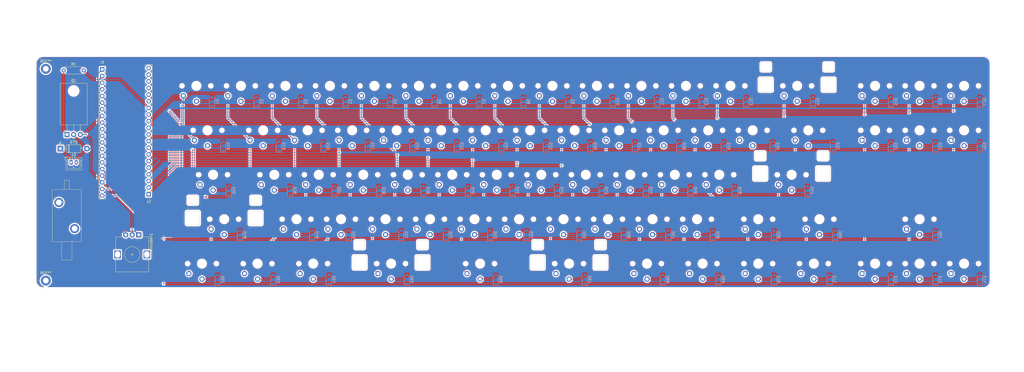
<source format=kicad_pcb>
(kicad_pcb (version 20240108) (generator "pcbnew") (generator_version "8.0")
  (layers (0 "F.Cu" signal) (31 "B.Cu" signal) (34 "B.Paste" user) (35 "F.Paste" user) (36 "B.SilkS" user "B.Silkscreen") (37 "F.SilkS" user "F.Silkscreen") (38 "B.Mask" user) (39 "F.Mask" user) (44 "Edge.Cuts" user))
  (net 0 "")
  (net 1 "Net-(D1-A)")
  (net 2 "COL0")
  (net 3 "Net-(D2-A)")
  (net 4 "Net-(D3-A)")
  (net 5 "Net-(D4-A)")
  (net 6 "Net-(D5-A)")
  (net 7 "Net-(D6-A)")
  (net 8 "Net-(D7-A)")
  (net 9 "Net-(D8-A)")
  (net 10 "Net-(D9-A)")
  (net 11 "Net-(D10-A)")
  (net 12 "Net-(D11-A)")
  (net 13 "Net-(D12-A)")
  (net 14 "Net-(D13-A)")
  (net 15 "Net-(D14-A)")
  (net 16 "Net-(D15-A)")
  (net 17 "Net-(D16-A)")
  (net 18 "Net-(D17-A)")
  (net 19 "COL1")
  (net 20 "Net-(D18-A)")
  (net 21 "Net-(D19-A)")
  (net 22 "Net-(D20-A)")
  (net 23 "Net-(D21-A)")
  (net 24 "Net-(D22-A)")
  (net 25 "Net-(D23-A)")
  (net 26 "Net-(D24-A)")
  (net 27 "Net-(D25-A)")
  (net 28 "Net-(D26-A)")
  (net 29 "Net-(D27-A)")
  (net 30 "Net-(D28-A)")
  (net 31 "Net-(D29-A)")
  (net 32 "Net-(D30-A)")
  (net 33 "Net-(D31-A)")
  (net 34 "Net-(D32-A)")
  (net 35 "Net-(D33-A)")
  (net 36 "Net-(D34-A)")
  (net 37 "COL2")
  (net 38 "Net-(D35-A)")
  (net 39 "Net-(D36-A)")
  (net 40 "Net-(D37-A)")
  (net 41 "Net-(D38-A)")
  (net 42 "Net-(D39-A)")
  (net 43 "Net-(D40-A)")
  (net 44 "Net-(D41-A)")
  (net 45 "Net-(D42-A)")
  (net 46 "Net-(D43-A)")
  (net 47 "Net-(D44-A)")
  (net 48 "Net-(D45-A)")
  (net 49 "Net-(D46-A)")
  (net 50 "Net-(D47-A)")
  (net 51 "Net-(D48-A)")
  (net 52 "COL3")
  (net 53 "Net-(D49-A)")
  (net 54 "Net-(D50-A)")
  (net 55 "Net-(D51-A)")
  (net 56 "Net-(D52-A)")
  (net 57 "Net-(D53-A)")
  (net 58 "Net-(D54-A)")
  (net 59 "Net-(D55-A)")
  (net 60 "Net-(D56-A)")
  (net 61 "Net-(D57-A)")
  (net 62 "Net-(D58-A)")
  (net 63 "Net-(D59-A)")
  (net 64 "Net-(D60-A)")
  (net 65 "Net-(D61-A)")
  (net 66 "COL4")
  (net 67 "Net-(D62-A)")
  (net 68 "Net-(D63-A)")
  (net 69 "Net-(D64-A)")
  (net 70 "Net-(D65-A)")
  (net 71 "Net-(D66-A)")
  (net 72 "Net-(D67-A)")
  (net 73 "Net-(D68-A)")
  (net 74 "Net-(D69-A)")
  (net 75 "Net-(D70-A)")
  (net 76 "Net-(D71-A)")
  (net 77 "Net-(D72-A)")
  (net 78 "Net-(D73-A)")
  (net 79 "Net-(D74-A)")
  (net 80 "Net-(D75-A)")
  (net 81 "ROW0")
  (net 82 "ROW2")
  (net 83 "COL16")
  (net 85 "COL7")
  (net 86 "COL8")
  (net 87 "ROW3")
  (net 88 "COL13")
  (net 90 "COL6")
  (net 91 "COL15")
  (net 92 "ROW1")
  (net 93 "COL11")
  (net 94 "ROW4")
  (net 95 "COL12")
  (net 96 "COL5")
  (net 97 "COL9")
  (net 98 "COL10")
  (net 102 "Net-(J2-Pin_14)")
  (net 103 "COL14")
  (net 105 "GND")
  (net 106 "encoder2")
  (net 109 "encoder1")
  (net 113 "Net-(Q1-B)")
  (net 114 "Net-(D75-K)")
  (footprint "PCM_marbastlib-xp-choc:STAB_choc_2u" (layer "F.Cu") (at 749.025 139.525)
    (property "Reference" "REF**" (hide yes))
    (property "Value" "STAB_choc_2u")
    (fp_line (start -14.65 1.8) (end -14.65 -2.7) (stroke (width 0.12)) (layer "Edge.Cuts"))
    (fp_line (start -14.15 -3.2) (end -9.85 -3.2) (stroke (width 0.12)) (layer "Edge.Cuts"))
    (fp_line (start -14.15 2.3) (end -9.85 2.3) (stroke (width 0.12)) (layer "Edge.Cuts"))
    (fp_line (start -14 -6) (end -14 -8.5) (stroke (width 0.12)) (layer "Edge.Cuts"))
    (fp_line (start -13.5 -9) (end -10.5 -9) (stroke (width 0.12)) (layer "Edge.Cuts"))
    (fp_line (start -13.5 -5.5) (end -10.5 -5.5) (stroke (width 0.12)) (layer "Edge.Cuts"))
    (fp_line (start -10 -6) (end -10 -8.5) (stroke (width 0.12)) (layer "Edge.Cuts"))
    (fp_line (start -9.35 1.8) (end -9.35 -2.7) (stroke (width 0.12)) (layer "Edge.Cuts"))
    (fp_line (start 9.35 1.8) (end 9.35 -2.7) (stroke (width 0.12)) (layer "Edge.Cuts"))
    (fp_line (start 10 -6) (end 10 -8.5) (stroke (width 0.12)) (layer "Edge.Cuts"))
    (fp_line (start 13.5 -9) (end 10.5 -9) (stroke (width 0.12)) (layer "Edge.Cuts"))
    (fp_line (start 13.5 -5.5) (end 10.5 -5.5) (stroke (width 0.12)) (layer "Edge.Cuts"))
    (fp_line (start 14 -6) (end 14 -8.5) (stroke (width 0.12)) (layer "Edge.Cuts"))
    (fp_line (start 14.15 -3.2) (end 9.85 -3.2) (stroke (width 0.12)) (layer "Edge.Cuts"))
    (fp_line (start 14.15 2.3) (end 9.85 2.3) (stroke (width 0.12)) (layer "Edge.Cuts"))
    (fp_line (start 14.65 1.8) (end 14.65 -2.7) (stroke (width 0.12)) (layer "Edge.Cuts"))
    (fp_arc (start -14.65 -2.7) (mid -14.503553 -3.053553) (end -14.15 -3.2) (stroke (width 0.12)) (layer "Edge.Cuts"))
    (fp_arc (start -14.15 2.3) (mid -14.503553 2.153553) (end -14.65 1.8) (stroke (width 0.12)) (layer "Edge.Cuts"))
    (fp_arc (start -14 -8.5) (mid -13.853553 -8.853553) (end -13.5 -9) (stroke (width 0.12)) (layer "Edge.Cuts"))
    (fp_arc (start -13.5 -5.5) (mid -13.853553 -5.646447) (end -14 -6) (stroke (width 0.12)) (layer "Edge.Cuts"))
    (fp_arc (start -10.5 -9) (mid -10.146447 -8.853553) (end -10 -8.5) (stroke (width 0.12)) (layer "Edge.Cuts"))
    (fp_arc (start -10 -6) (mid -10.146447 -5.646447) (end -10.5 -5.5) (stroke (width 0.12)) (layer "Edge.Cuts"))
    (fp_arc (start -9.85 -3.2) (mid -9.496447 -3.053553) (end -9.35 -2.7) (stroke (width 0.12)) (layer "Edge.Cuts"))
    (fp_arc (start -9.35 1.8) (mid -9.496447 2.153553) (end -9.85 2.3) (stroke (width 0.12)) (layer "Edge.Cuts"))
    (fp_arc (start 9.35 -2.7) (mid 9.496447 -3.053553) (end 9.85 -3.2) (stroke (width 0.12)) (layer "Edge.Cuts"))
    (fp_arc (start 9.85 2.3) (mid 9.496447 2.153553) (end 9.35 1.8) (stroke (width 0.12)) (layer "Edge.Cuts"))
    (fp_arc (start 10 -8.5) (mid 10.146447 -8.853553) (end 10.5 -9) (stroke (width 0.12)) (layer "Edge.Cuts"))
    (fp_arc (start 10.5 -5.5) (mid 10.146447 -5.646447) (end 10 -6) (stroke (width 0.12)) (layer "Edge.Cuts"))
    (fp_arc (start 13.5 -9) (mid 13.853553 -8.853553) (end 14 -8.5) (stroke (width 0.12)) (layer "Edge.Cuts"))
    (fp_arc (start 14 -6) (mid 13.853553 -5.646447) (end 13.5 -5.5) (stroke (width 0.12)) (layer "Edge.Cuts"))
    (fp_arc (start 14.15 -3.2) (mid 14.503553 -3.053553) (end 14.65 -2.7) (stroke (width 0.12)) (layer "Edge.Cuts"))
    (fp_arc (start 14.65 1.8) (mid 14.503553 2.153553) (end 14.15 2.3) (stroke (width 0.12)) (layer "Edge.Cuts"))
  )
  (footprint "PCM_marbastlib-choc:SW_choc_v1_1u" (layer "F.Cu") (at 651.275 173.525)
    (property "Reference" "SW42" (hide yes))
    (property "Value" "choc_v1_SW_solder")
  )
  (footprint "PCM_marbastlib-choc:SW_choc_v1_1u" (layer "F.Cu") (at 685.275 173.525)
    (property "Reference" "SW44" (hide yes))
    (property "Value" "choc_v1_SW_solder")
  )
  (footprint "PCM_marbastlib-choc:SW_choc_v1_1u" (layer "F.Cu") (at 795.775 139.525)
    (property "Reference" "SW16" (hide yes))
    (property "Value" "choc_v1_SW_solder")
  )
  (footprint "Rotary_Encoder:RotaryEncoder_Alps_EC12E_Vertical_H20mm" (layer "F.Cu") (at 497.5 196.5 -90)
    (property "Reference" "encoder1")
    (property "Value" "RotaryEncoder")
  )
  (footprint "PCM_marbastlib-choc:SW_choc_v1_1u" (layer "F.Cu") (at 634.275 173.525)
    (property "Reference" "SW41" (hide yes))
    (property "Value" "choc_v1_SW_solder")
  )
  (footprint "PCM_marbastlib-choc:SW_choc_v1_1u" (layer "F.Cu") (at 664.025 156.525)
    (property "Reference" "SW26" (hide yes))
    (property "Value" "choc_v1_SW_solder")
  )
  (footprint "Resistor_THT:R_Axial_DIN0207_L6.3mm_D2.5mm_P7.62mm_Horizontal" (layer "F.Cu") (at 468.83 133.615)
    (property "Reference" "R1")
    (property "Value" "1k")
  )
  (footprint "PCM_marbastlib-choc:SW_choc_v1_1u" (layer "F.Cu") (at 600.275 173.525)
    (property "Reference" "SW39" (hide yes))
    (property "Value" "choc_v1_SW_solder")
  )
  (footprint "PCM_marbastlib-choc:SW_choc_v1_1u" (layer "F.Cu") (at 630.025 156.525)
    (property "Reference" "SW24" (hide yes))
    (property "Value" "choc_v1_SW_solder")
  )
  (footprint "PCM_marbastlib-choc:SW_choc_v1_1u" (layer "F.Cu") (at 702.275 173.525)
    (property "Reference" "SW45" (hide yes))
    (property "Value" "choc_v1_SW_solder")
  )
  (footprint "PCM_marbastlib-choc:SW_choc_v1_1u" (layer "F.Cu") (at 627.9 207.525)
    (property "Reference" "SW66" (hide yes))
    (property "Value" "choc_v1_SW_solder")
  )
  (footprint "PCM_marbastlib-choc:SW_choc_v1_1u" (layer "F.Cu") (at 706.525 139.525)
    (property "Reference" "SW12" (hide yes))
    (property "Value" "choc_v1_SW_solder")
  )
  (footprint "PCM_marbastlib-choc:SW_choc_v1_1u" (layer "F.Cu") (at 562.025 156.525)
    (property "Reference" "SW20" (hide yes))
    (property "Value" "choc_v1_SW_solder")
  )
  (footprint "PCM_marbastlib-choc:SW_choc_v1_1u" (layer "F.Cu") (at 642.775 190.525)
    (property "Reference" "SW54" (hide yes))
    (property "Value" "choc_v1_SW_solder")
  )
  (footprint "PCM_marbastlib-choc:SW_choc_v1_1u" (layer "F.Cu") (at 519.525 139.525)
    (property "Reference" "SW1" (hide yes))
    (property "Value" "choc_v1_SW_solder")
  )
  (footprint "PCM_marbastlib-choc:SW_choc_v1_1u" (layer "F.Cu") (at 617.275 173.525)
    (property "Reference" "SW40" (hide yes))
    (property "Value" "choc_v1_SW_solder")
  )
  (footprint "PCM_marbastlib-choc:SW_choc_v1_1u" (layer "F.Cu") (at 613.025 156.525)
    (property "Reference" "SW23" (hide yes))
    (property "Value" "choc_v1_SW_solder")
  )
  (footprint "PCM_marbastlib-choc:SW_choc_v1_1u" (layer "F.Cu") (at 525.9 173.525)
    (property "Reference" "SW35" (hide yes))
    (property "Value" "choc_v1_SW_solder")
  )
  (footprint "Diode_THT:D_DO-41_SOD81_P10.16mm_Horizontal" (layer "F.Cu") (at 467.56 163.515)
    (property "Reference" "D75")
    (property "Value" "1N4004")
  )
  (footprint "PCM_marbastlib-choc:SW_choc_v1_1u" (layer "F.Cu") (at 621.525 139.525)
    (property "Reference" "SW7" (hide yes))
    (property "Value" "choc_v1_SW_solder")
  )
  (footprint "PCM_marbastlib-choc:SW_choc_v1_1u" (layer "F.Cu") (at 757.525 190.525)
    (property "Reference" "SW60" (hide yes))
    (property "Value" "choc_v1_SW_solder")
  )
  (footprint "PCM_marbastlib-choc:SW_choc_v1_1u" (layer "F.Cu") (at 579.025 156.525)
    (property "Reference" "SW21" (hide yes))
    (property "Value" "choc_v1_SW_solder")
  )
  (footprint "PCM_marbastlib-choc:SW_choc_v1_1u" (layer "F.Cu") (at 655.525 139.525)
    (property "Reference" "SW9" (hide yes))
    (property "Value" "choc_v1_SW_solder")
  )
  (footprint "PCM_marbastlib-choc:SW_choc_v1_1u" (layer "F.Cu") (at 734.15 207.525)
    (property "Reference" "SW70" (hide yes))
    (property "Value" "choc_v1_SW_solder")
  )
  (footprint "PCM_marbastlib-xp-choc:STAB_choc_2u" (layer "F.Cu") (at 593.9 207.525)
    (property "Reference" "REF**" (hide yes))
    (property "Value" "STAB_choc_2u")
    (fp_line (start -14.65 1.8) (end -14.65 -2.7) (stroke (width 0.12)) (layer "Edge.Cuts"))
    (fp_line (start -14.15 -3.2) (end -9.85 -3.2) (stroke (width 0.12)) (layer "Edge.Cuts"))
    (fp_line (start -14.15 2.3) (end -9.85 2.3) (stroke (width 0.12)) (layer "Edge.Cuts"))
    (fp_line (start -14 -6) (end -14 -8.5) (stroke (width 0.12)) (layer "Edge.Cuts"))
    (fp_line (start -13.5 -9) (end -10.5 -9) (stroke (width 0.12)) (layer "Edge.Cuts"))
    (fp_line (start -13.5 -5.5) (end -10.5 -5.5) (stroke (width 0.12)) (layer "Edge.Cuts"))
    (fp_line (start -10 -6) (end -10 -8.5) (stroke (width 0.12)) (layer "Edge.Cuts"))
    (fp_line (start -9.35 1.8) (end -9.35 -2.7) (stroke (width 0.12)) (layer "Edge.Cuts"))
    (fp_line (start 9.35 1.8) (end 9.35 -2.7) (stroke (width 0.12)) (layer "Edge.Cuts"))
    (fp_line (start 10 -6) (end 10 -8.5) (stroke (width 0.12)) (layer "Edge.Cuts"))
    (fp_line (start 13.5 -9) (end 10.5 -9) (stroke (width 0.12)) (layer "Edge.Cuts"))
    (fp_line (start 13.5 -5.5) (end 10.5 -5.5) (stroke (width 0.12)) (layer "Edge.Cuts"))
    (fp_line (start 14 -6) (end 14 -8.5) (stroke (width 0.12)) (layer "Edge.Cuts"))
    (fp_line (start 14.15 -3.2) (end 9.85 -3.2) (stroke (width 0.12)) (layer "Edge.Cuts"))
    (fp_line (start 14.15 2.3) (end 9.85 2.3) (stroke (width 0.12)) (layer "Edge.Cuts"))
    (fp_line (start 14.65 1.8) (end 14.65 -2.7) (stroke (width 0.12)) (layer "Edge.Cuts"))
    (fp_arc (start -14.65 -2.7) (mid -14.503553 -3.053553) (end -14.15 -3.2) (stroke (width 0.12)) (layer "Edge.Cuts"))
    (fp_arc (start -14.15 2.3) (mid -14.503553 2.153553) (end -14.65 1.8) (stroke (width 0.12)) (layer "Edge.Cuts"))
    (fp_arc (start -14 -8.5) (mid -13.853553 -8.853553) (end -13.5 -9) (stroke (width 0.12)) (layer "Edge.Cuts"))
    (fp_arc (start -13.5 -5.5) (mid -13.853553 -5.646447) (end -14 -6) (stroke (width 0.12)) (layer "Edge.Cuts"))
    (fp_arc (start -10.5 -9) (mid -10.146447 -8.853553) (end -10 -8.5) (stroke (width 0.12)) (layer "Edge.Cuts"))
    (fp_arc (start -10 -6) (mid -10.146447 -5.646447) (end -10.5 -5.5) (stroke (width 0.12)) (layer "Edge.Cuts"))
    (fp_arc (start -9.85 -3.2) (mid -9.496447 -3.053553) (end -9.35 -2.7) (stroke (width 0.12)) (layer "Edge.Cuts"))
    (fp_arc (start -9.35 1.8) (mid -9.496447 2.153553) (end -9.85 2.3) (stroke (width 0.12)) (layer "Edge.Cuts"))
    (fp_arc (start 9.35 -2.7) (mid 9.496447 -3.053553) (end 9.85 -3.2) (stroke (width 0.12)) (layer "Edge.Cuts"))
    (fp_arc (start 9.85 2.3) (mid 9.496447 2.153553) (end 9.35 1.8) (stroke (width 0.12)) (layer "Edge.Cuts"))
    (fp_arc (start 10 -8.5) (mid 10.146447 -8.853553) (end 10.5 -9) (stroke (width 0.12)) (layer "Edge.Cuts"))
    (fp_arc (start 10.5 -5.5) (mid 10.146447 -5.646447) (end 10 -6) (stroke (width 0.12)) (layer "Edge.Cuts"))
    (fp_arc (start 13.5 -9) (mid 13.853553 -8.853553) (end 14 -8.5) (stroke (width 0.12)) (layer "Edge.Cuts"))
    (fp_arc (start 14 -6) (mid 13.853553 -5.646447) (end 13.5 -5.5) (stroke (width 0.12)) (layer "Edge.Cuts"))
    (fp_arc (start 14.15 -3.2) (mid 14.503553 -3.053553) (end 14.65 -2.7) (stroke (width 0.12)) (layer "Edge.Cuts"))
    (fp_arc (start 14.65 1.8) (mid 14.503553 2.153553) (end 14.15 2.3) (stroke (width 0.12)) (layer "Edge.Cuts"))
  )
  (footprint "PCM_marbastlib-choc:SW_choc_v1_1u" (layer "F.Cu") (at 570.525 139.525)
    (property "Reference" "SW4" (hide yes))
    (property "Value" "choc_v1_SW_solder")
  )
  (footprint "PCM_marbastlib-choc:SW_choc_v1_1u" (layer "F.Cu") (at 553.525 139.525)
    (property "Reference" "SW3" (hide yes))
    (property "Value" "choc_v1_SW_solder")
  )
  (footprint "PCM_marbastlib-choc:SW_choc_v1_1u" (layer "F.Cu") (at 591.775 190.525)
    (property "Reference" "SW51" (hide yes))
    (property "Value" "choc_v1_SW_solder")
  )
  (footprint "PCM_marbastlib-choc:SW_choc_v1_1u" (layer "F.Cu") (at 564.15 207.525)
    (property "Reference" "SW64" (hide yes))
    (property "Value" "choc_v1_SW_solder")
  )
  (footprint "PCM_marbastlib-xp-choc:STAB_choc_2u" (layer "F.Cu") (at 530.15 190.525)
    (property "Reference" "REF**" (hide yes))
    (property "Value" "STAB_choc_2u")
    (fp_line (start -14.65 1.8) (end -14.65 -2.7) (stroke (width 0.12)) (layer "Edge.Cuts"))
    (fp_line (start -14.15 -3.2) (end -9.85 -3.2) (stroke (width 0.12)) (layer "Edge.Cuts"))
    (fp_line (start -14.15 2.3) (end -9.85 2.3) (stroke (width 0.12)) (layer "Edge.Cuts"))
    (fp_line (start -14 -6) (end -14 -8.5) (stroke (width 0.12)) (layer "Edge.Cuts"))
    (fp_line (start -13.5 -9) (end -10.5 -9) (stroke (width 0.12)) (layer "Edge.Cuts"))
    (fp_line (start -13.5 -5.5) (end -10.5 -5.5) (stroke (width 0.12)) (layer "Edge.Cuts"))
    (fp_line (start -10 -6) (end -10 -8.5) (stroke (width 0.12)) (layer "Edge.Cuts"))
    (fp_line (start -9.35 1.8) (end -9.35 -2.7) (stroke (width 0.12)) (layer "Edge.Cuts"))
    (fp_line (start 9.35 1.8) (end 9.35 -2.7) (stroke (width 0.12)) (layer "Edge.Cuts"))
    (fp_line (start 10 -6) (end 10 -8.5) (stroke (width 0.12)) (layer "Edge.Cuts"))
    (fp_line (start 13.5 -9) (end 10.5 -9) (stroke (width 0.12)) (layer "Edge.Cuts"))
    (fp_line (start 13.5 -5.5) (end 10.5 -5.5) (stroke (width 0.12)) (layer "Edge.Cuts"))
    (fp_line (start 14 -6) (end 14 -8.5) (stroke (width 0.12)) (layer "Edge.Cuts"))
    (fp_line (start 14.15 -3.2) (end 9.85 -3.2) (stroke (width 0.12)) (layer "Edge.Cuts"))
    (fp_line (start 14.15 2.3) (end 9.85 2.3) (stroke (width 0.12)) (layer "Edge.Cuts"))
    (fp_line (start 14.65 1.8) (end 14.65 -2.7) (stroke (width 0.12)) (layer "Edge.Cuts"))
    (fp_arc (start -14.65 -2.7) (mid -14.503553 -3.053553) (end -14.15 -3.2) (stroke (width 0.12)) (layer "Edge.Cuts"))
    (fp_arc (start -14.15 2.3) (mid -14.503553 2.153553) (end -14.65 1.8) (stroke (width 0.12)) (layer "Edge.Cuts"))
    (fp_arc (start -14 -8.5) (mid -13.853553 -8.853553) (end -13.5 -9) (stroke (width 0.12)) (layer "Edge.Cuts"))
    (fp_arc (start -13.5 -5.5) (mid -13.853553 -5.646447) (end -14 -6) (stroke (width 0.12)) (layer "Edge.Cuts"))
    (fp_arc (start -10.5 -9) (mid -10.146447 -8.853553) (end -10 -8.5) (stroke (width 0.12)) (layer "Edge.Cuts"))
    (fp_arc (start -10 -6) (mid -10.146447 -5.646447) (end -10.5 -5.5) (stroke (width 0.12)) (layer "Edge.Cuts"))
    (fp_arc (start -9.85 -3.2) (mid -9.496447 -3.053553) (end -9.35 -2.7) (stroke (width 0.12)) (layer "Edge.Cuts"))
    (fp_arc (start -9.35 1.8) (mid -9.496447 2.153553) (end -9.85 2.3) (stroke (width 0.12)) (layer "Edge.Cuts"))
    (fp_arc (start 9.35 -2.7) (mid 9.496447 -3.053553) (end 9.85 -3.2) (stroke (width 0.12)) (layer "Edge.Cuts"))
    (fp_arc (start 9.85 2.3) (mid 9.496447 2.153553) (end 9.35 1.8) (stroke (width 0.12)) (layer "Edge.Cuts"))
    (fp_arc (start 10 -8.5) (mid 10.146447 -8.853553) (end 10.5 -9) (stroke (width 0.12)) (layer "Edge.Cuts"))
    (fp_arc (start 10.5 -5.5) (mid 10.146447 -5.646447) (end 10 -6) (stroke (width 0.12)) (layer "Edge.Cuts"))
    (fp_arc (start 13.5 -9) (mid 13.853553 -8.853553) (end 14 -8.5) (stroke (width 0.12)) (layer "Edge.Cuts"))
    (fp_arc (start 14 -6) (mid 13.853553 -5.646447) (end 13.5 -5.5) (stroke (width 0.12)) (layer "Edge.Cuts"))
    (fp_arc (start 14.15 -3.2) (mid 14.503553 -3.053553) (end 14.65 -2.7) (stroke (width 0.12)) (layer "Edge.Cuts"))
    (fp_arc (start 14.65 1.8) (mid 14.503553 2.153553) (end 14.15 2.3) (stroke (width 0.12)) (layer "Edge.Cuts"))
  )
  (footprint "PCM_marbastlib-choc:SW_choc_v1_1u" (layer "F.Cu") (at 812.775 207.525)
    (property "Reference" "SW74" (hide yes))
    (property "Value" "choc_v1_SW_solder")
  )
  (footprint "PCM_marbastlib-choc:SW_choc_v1_1u" (layer "F.Cu") (at 778.775 139.525)
    (property "Reference" "SW15" (hide yes))
    (property "Value" "choc_v1_SW_solder")
  )
  (footprint "PCM_marbastlib-choc:SW_choc_v1_1u" (layer "F.Cu") (at 753.275 156.525)
    (property "Reference" "SW31" (hide yes))
    (property "Value" "choc_v1_SW_solder")
  )
  (footprint "PCM_marbastlib-choc:SW_choc_v1_1u" (layer "F.Cu") (at 691.65 207.525)
    (property "Reference" "SW68" (hide yes))
    (property "Value" "choc_v1_SW_solder")
  )
  (footprint "PCM_marbastlib-choc:SW_choc_v1_1u" (layer "F.Cu") (at 549.275 173.525)
    (property "Reference" "SW36" (hide yes))
    (property "Value" "choc_v1_SW_solder")
  )
  (footprint "PCM_marbastlib-choc:SW_choc_v1_1u" (layer "F.Cu") (at 778.775 207.525)
    (property "Reference" "SW72" (hide yes))
    (property "Value" "choc_v1_SW_solder")
  )
  (footprint "PCM_marbastlib-choc:SW_choc_v1_1u" (layer "F.Cu") (at 719.275 173.525)
    (property "Reference" "SW46" (hide yes))
    (property "Value" "choc_v1_SW_solder")
  )
  (footprint "PCM_marbastlib-choc:SW_choc_v1_1u" (layer "F.Cu") (at 625.775 190.525)
    (property "Reference" "SW53" (hide yes))
    (property "Value" "choc_v1_SW_solder")
  )
  (footprint "PCM_marbastlib-choc:SW_choc_v1_1u" (layer "F.Cu") (at 557.775 190.525)
    (property "Reference" "SW49" (hide yes))
    (property "Value" "choc_v1_SW_solder")
  )
  (footprint "PCM_marbastlib-choc:SW_choc_v1_1u" (layer "F.Cu") (at 521.65 207.525)
    (property "Reference" "SW62" (hide yes))
    (property "Value" "choc_v1_SW_solder")
  )
  (footprint "PCM_marbastlib-choc:SW_choc_v1_1u" (layer "F.Cu") (at 712.9 207.525)
    (property "Reference" "SW69" (hide yes))
    (property "Value" "choc_v1_SW_solder")
  )
  (footprint "PCM_marbastlib-choc:SW_choc_v1_1u" (layer "F.Cu") (at 608.775 190.525)
    (property "Reference" "SW52" (hide yes))
    (property "Value" "choc_v1_SW_solder")
  )
  (footprint "Connector_PinSocket_2.54mm:PinSocket_1x20_P2.54mm_Vertical" (layer "F.Cu") (at 483.545 133.234999)
    (property "Reference" "J1")
    (property "Value" "Conn_01x20_Socket")
  )
  (footprint "PCM_marbastlib-choc:SW_choc_v1_1u" (layer "F.Cu") (at 604.525 139.525)
    (property "Reference" "SW6" (hide yes))
    (property "Value" "choc_v1_SW_solder")
  )
  (footprint "PCM_marbastlib-choc:SW_choc_v1_1u" (layer "F.Cu") (at 574.775 190.525)
    (property "Reference" "SW50" (hide yes))
    (property "Value" "choc_v1_SW_solder")
  )
  (footprint "Connector_JST:JST_PH_B2B-PH-K_1x02_P2.00mm_Vertical" (layer "F.Cu") (at 471.64 168.765)
    (property "Reference" "J3")
    (property "Value" "Conn_01x02_Socket")
  )
  (footprint "PCM_marbastlib-choc:SW_choc_v1_1u" (layer "F.Cu") (at 693.775 190.525)
    (property "Reference" "SW57" (hide yes))
    (property "Value" "choc_v1_SW_solder")
  )
  (footprint "MountingHole:MountingHole_2.2mm_M2_DIN965_Pad" (layer "F.Cu") (at 462 214)
    (property "Reference" "REF**")
    (property "Value" "MountingHole_2.2mm_M2_DIN965_Pad")
  )
  (footprint "PCM_marbastlib-choc:SW_choc_v1_1u" (layer "F.Cu") (at 734.15 190.525)
    (property "Reference" "SW59" (hide yes))
    (property "Value" "choc_v1_SW_solder")
  )
  (footprint "PCM_marbastlib-choc:SW_choc_v1_1u" (layer "F.Cu") (at 668.275 173.525)
    (property "Reference" "SW43" (hide yes))
    (property "Value" "choc_v1_SW_solder")
  )
  (footprint "PCM_marbastlib-choc:SW_choc_v1_1u" (layer "F.Cu") (at 676.775 190.525)
    (property "Reference" "SW56" (hide yes))
    (property "Value" "choc_v1_SW_solder")
  )
  (footprint "PCM_marbastlib-choc:SW_choc_v1_1u" (layer "F.Cu") (at 672.525 139.525)
    (property "Reference" "SW10" (hide yes))
    (property "Value" "choc_v1_SW_solder")
  )
  (footprint "PCM_marbastlib-choc:SW_choc_v1_1u" (layer "F.Cu") (at 659.775 190.525)
    (property "Reference" "SW55" (hide yes))
    (property "Value" "choc_v1_SW_solder")
  )
  (footprint "PCM_marbastlib-choc:SW_choc_v1_1u" (layer "F.Cu") (at 710.775 190.525)
    (property "Reference" "SW58" (hide yes))
    (property "Value" "choc_v1_SW_solder")
  )
  (footprint "PCM_marbastlib-choc:SW_choc_v1_1u" (layer "F.Cu") (at 812.775 139.525)
    (property "Reference" "SW17" (hide yes))
    (property "Value" "choc_v1_SW_solder")
  )
  (footprint "PCM_marbastlib-choc:SW_choc_v1_1u" (layer "F.Cu") (at 566.275 173.525)
    (property "Reference" "SW37" (hide yes))
    (property "Value" "choc_v1_SW_solder")
  )
  (footprint "PCM_marbastlib-choc:SW_choc_v1_1u" (layer "F.Cu") (at 795.775 190.525)
    (property "Reference" "SW61" (hide yes))
    (property "Value" "choc_v1_SW_solder")
  )
  (footprint "PCM_marbastlib-choc:SW_choc_v1_1u" (layer "F.Cu") (at 812.775 156.525)
    (property "Reference" "SW34" (hide yes))
    (property "Value" "choc_v1_SW_solder")
  )
  (footprint "MountingHole:MountingHole_2.2mm_M2_DIN965_Pad" (layer "F.Cu") (at 462 133)
    (property "Reference" "REF**")
    (property "Value" "MountingHole_2.2mm_M2_DIN965_Pad")
  )
  (footprint "PCM_marbastlib-choc:SW_choc_v1_1u" (layer "F.Cu") (at 638.525 139.525)
    (property "Reference" "SW8" (hide yes))
    (property "Value" "choc_v1_SW_solder")
  )
  (footprint "PCM_marbastlib-choc:SW_choc_v1_1u" (layer "F.Cu") (at 755.4 207.525)
    (property "Reference" "SW71" (hide yes))
    (property "Value" "choc_v1_SW_solder")
  )
  (footprint "PCM_marbastlib-choc:SW_choc_v1_1u" (layer "F.Cu") (at 698.025 156.525)
    (property "Reference" "SW28" (hide yes))
    (property "Value" "choc_v1_SW_solder")
  )
  (footprint "PCM_marbastlib-choc:SW_choc_v1_1u" (layer "F.Cu") (at 795.775 156.525)
    (property "Reference" "SW33" (hide yes))
    (property "Value" "choc_v1_SW_solder")
  )
  (footprint "PCM_marbastlib-choc:SW_choc_v1_1u" (layer "F.Cu") (at 530.15 190.525)
    (property "Reference" "SW48" (hide yes))
    (property "Value" "choc_v1_SW_solder")
  )
  (footprint "PCM_marbastlib-choc:SW_choc_v1_1u" (layer "F.Cu") (at 749.025 139.525)
    (property "Reference" "SW14" (hide yes))
    (property "Value" "choc_v1_SW_solder")
  )
  (footprint "PCM_marbastlib-choc:SW_choc_v1_1u" (layer "F.Cu") (at 795.775 207.525)
    (property "Reference" "SW73" (hide yes))
    (property "Value" "choc_v1_SW_solder")
  )
  (footprint "PCM_marbastlib-choc:SW_choc_v1_1u" (layer "F.Cu") (at 536.525 139.525)
    (property "Reference" "SW2" (hide yes))
    (property "Value" "choc_v1_SW_solder")
  )
  (footprint "Connector_PinSocket_2.54mm:PinSocket_1x20_P2.54mm_Vertical" (layer "F.Cu") (at 501.3 180.964999 180)
    (property "Reference" "J2")
    (property "Value" "Conn_01x20_Socket")
  )
  (footprint "PCM_marbastlib-choc:SW_choc_v1_1u" (layer "F.Cu") (at 593.9 207.525)
    (property "Reference" "SW65" (hide yes))
    (property "Value" "choc_v1_SW_solder")
  )
  (footprint "PCM_marbastlib-choc:SW_choc_v1_1u" (layer "F.Cu") (at 587.525 139.525)
    (property "Reference" "SW5" (hide yes))
    (property "Value" "choc_v1_SW_solder")
  )
  (footprint "PCM_marbastlib-choc:SW_choc_v1_1u" (layer "F.Cu") (at 732.025 156.525)
    (property "Reference" "SW30" (hide yes))
    (property "Value" "choc_v1_SW_solder")
  )
  (footprint "PCM_marbastlib-choc:SW_choc_v1_1u" (layer "F.Cu") (at 723.525 139.525)
    (property "Reference" "SW13" (hide yes))
    (property "Value" "choc_v1_SW_solder")
  )
  (footprint "PCM_marbastlib-xp-choc:STAB_choc_2u" (layer "F.Cu") (at 661.9 207.525)
    (property "Reference" "REF**" (hide yes))
    (property "Value" "STAB_choc_2u")
    (fp_line (start -14.65 1.8) (end -14.65 -2.7) (stroke (width 0.12)) (layer "Edge.Cuts"))
    (fp_line (start -14.15 -3.2) (end -9.85 -3.2) (stroke (width 0.12)) (layer "Edge.Cuts"))
    (fp_line (start -14.15 2.3) (end -9.85 2.3) (stroke (width 0.12)) (layer "Edge.Cuts"))
    (fp_line (start -14 -6) (end -14 -8.5) (stroke (width 0.12)) (layer "Edge.Cuts"))
    (fp_line (start -13.5 -9) (end -10.5 -9) (stroke (width 0.12)) (layer "Edge.Cuts"))
    (fp_line (start -13.5 -5.5) (end -10.5 -5.5) (stroke (width 0.12)) (layer "Edge.Cuts"))
    (fp_line (start -10 -6) (end -10 -8.5) (stroke (width 0.12)) (layer "Edge.Cuts"))
    (fp_line (start -9.35 1.8) (end -9.35 -2.7) (stroke (width 0.12)) (layer "Edge.Cuts"))
    (fp_line (start 9.35 1.8) (end 9.35 -2.7) (stroke (width 0.12)) (layer "Edge.Cuts"))
    (fp_line (start 10 -6) (end 10 -8.5) (stroke (width 0.12)) (layer "Edge.Cuts"))
    (fp_line (start 13.5 -9) (end 10.5 -9) (stroke (width 0.12)) (layer "Edge.Cuts"))
    (fp_line (start 13.5 -5.5) (end 10.5 -5.5) (stroke (width 0.12)) (layer "Edge.Cuts"))
    (fp_line (start 14 -6) (end 14 -8.5) (stroke (width 0.12)) (layer "Edge.Cuts"))
    (fp_line (start 14.15 -3.2) (end 9.85 -3.2) (stroke (width 0.12)) (layer "Edge.Cuts"))
    (fp_line (start 14.15 2.3) (end 9.85 2.3) (stroke (width 0.12)) (layer "Edge.Cuts"))
    (fp_line (start 14.65 1.8) (end 14.65 -2.7) (stroke (width 0.12)) (layer "Edge.Cuts"))
    (fp_arc (start -14.65 -2.7) (mid -14.503553 -3.053553) (end -14.15 -3.2) (stroke (width 0.12)) (layer "Edge.Cuts"))
    (fp_arc (start -14.15 2.3) (mid -14.503553 2.153553) (end -14.65 1.8) (stroke (width 0.12)) (layer "Edge.Cuts"))
    (fp_arc (start -14 -8.5) (mid -13.853553 -8.853553) (end -13.5 -9) (stroke (width 0.12)) (layer "Edge.Cuts"))
    (fp_arc (start -13.5 -5.5) (mid -13.853553 -5.646447) (end -14 -6) (stroke (width 0.12)) (layer "Edge.Cuts"))
    (fp_arc (start -10.5 -9) (mid -10.146447 -8.853553) (end -10 -8.5) (stroke (width 0.12)) (layer "Edge.Cuts"))
    (fp_arc (start -10 -6) (mid -10.146447 -5.646447) (end -10.5 -5.5) (stroke (width 0.12)) (layer "Edge.Cuts"))
    (fp_arc (start -9.85 -3.2) (mid -9.496447 -3.053553) (end -9.35 -2.7) (stroke (width 0.12)) (layer "Edge.Cuts"))
    (fp_arc (start -9.35 1.8) (mid -9.496447 2.153553) (end -9.85 2.3) (stroke (width 0.12)) (layer "Edge.Cuts"))
    (fp_arc (start 9.35 -2.7) (mid 9.496447 -3.053553) (end 9.85 -3.2) (stroke (width 0.12)) (layer "Edge.Cuts"))
    (fp_arc (start 9.85 2.3) (mid 9.496447 2.153553) (end 9.35 1.8) (stroke (width 0.12)) (layer "Edge.Cuts"))
    (fp_arc (start 10 -8.5) (mid 10.146447 -8.853553) (end 10.5 -9) (stroke (width 0.12)) (layer "Edge.Cuts"))
    (fp_arc (start 10.5 -5.5) (mid 10.146447 -5.646447) (end 10 -6) (stroke (width 0.12)) (layer "Edge.Cuts"))
    (fp_arc (start 13.5 -9) (mid 13.853553 -8.853553) (end 14 -8.5) (stroke (width 0.12)) (layer "Edge.Cuts"))
    (fp_arc (start 14 -6) (mid 13.853553 -5.646447) (end 13.5 -5.5) (stroke (width 0.12)) (layer "Edge.Cuts"))
    (fp_arc (start 14.15 -3.2) (mid 14.503553 -3.053553) (end 14.65 -2.7) (stroke (width 0.12)) (layer "Edge.Cuts"))
    (fp_arc (start 14.65 1.8) (mid 14.503553 2.153553) (end 14.15 2.3) (stroke (width 0.12)) (layer "Edge.Cuts"))
  )
  (footprint "PCM_marbastlib-choc:SW_choc_v1_1u" (layer "F.Cu") (at 583.275 173.525)
    (property "Reference" "SW38" (hide yes))
    (property "Value" "choc_v1_SW_solder")
  )
  (footprint "PCM_marbastlib-choc:SW_choc_v1_1u" (layer "F.Cu") (at 661.9 207.525)
    (property "Reference" "SW67" (hide yes))
    (property "Value" "choc_v1_SW_solder")
  )
  (footprint "PCM_marbastlib-xp-choc:STAB_choc_2u" (layer "F.Cu") (at 746.9 173.525)
    (property "Reference" "REF**" (hide yes))
    (property "Value" "STAB_choc_2u")
    (fp_line (start -14.65 1.8) (end -14.65 -2.7) (stroke (width 0.12)) (layer "Edge.Cuts"))
    (fp_line (start -14.15 -3.2) (end -9.85 -3.2) (stroke (width 0.12)) (layer "Edge.Cuts"))
    (fp_line (start -14.15 2.3) (end -9.85 2.3) (stroke (width 0.12)) (layer "Edge.Cuts"))
    (fp_line (start -14 -6) (end -14 -8.5) (stroke (width 0.12)) (layer "Edge.Cuts"))
    (fp_line (start -13.5 -9) (end -10.5 -9) (stroke (width 0.12)) (layer "Edge.Cuts"))
    (fp_line (start -13.5 -5.5) (end -10.5 -5.5) (stroke (width 0.12)) (layer "Edge.Cuts"))
    (fp_line (start -10 -6) (end -10 -8.5) (stroke (width 0.12)) (layer "Edge.Cuts"))
    (fp_line (start -9.35 1.8) (end -9.35 -2.7) (stroke (width 0.12)) (layer "Edge.Cuts"))
    (fp_line (start 9.35 1.8) (end 9.35 -2.7) (stroke (width 0.12)) (layer "Edge.Cuts"))
    (fp_line (start 10 -6) (end 10 -8.5) (stroke (width 0.12)) (layer "Edge.Cuts"))
    (fp_line (start 13.5 -9) (end 10.5 -9) (stroke (width 0.12)) (layer "Edge.Cuts"))
    (fp_line (start 13.5 -5.5) (end 10.5 -5.5) (stroke (width 0.12)) (layer "Edge.Cuts"))
    (fp_line (start 14 -6) (end 14 -8.5) (stroke (width 0.12)) (layer "Edge.Cuts"))
    (fp_line (start 14.15 -3.2) (end 9.85 -3.2) (stroke (width 0.12)) (layer "Edge.Cuts"))
    (fp_line (start 14.15 2.3) (end 9.85 2.3) (stroke (width 0.12)) (layer "Edge.Cuts"))
    (fp_line (start 14.65 1.8) (end 14.65 -2.7) (stroke (width 0.12)) (layer "Edge.Cuts"))
    (fp_arc (start -14.65 -2.7) (mid -14.503553 -3.053553) (end -14.15 -3.2) (stroke (width 0.12)) (layer "Edge.Cuts"))
    (fp_arc (start -14.15 2.3) (mid -14.503553 2.153553) (end -14.65 1.8) (stroke (width 0.12)) (layer "Edge.Cuts"))
    (fp_arc (start -14 -8.5) (mid -13.853553 -8.853553) (end -13.5 -9) (stroke (width 0.12)) (layer "Edge.Cuts"))
    (fp_arc (start -13.5 -5.5) (mid -13.853553 -5.646447) (end -14 -6) (stroke (width 0.12)) (layer "Edge.Cuts"))
    (fp_arc (start -10.5 -9) (mid -10.146447 -8.853553) (end -10 -8.5) (stroke (width 0.12)) (layer "Edge.Cuts"))
    (fp_arc (start -10 -6) (mid -10.146447 -5.646447) (end -10.5 -5.5) (stroke (width 0.12)) (layer "Edge.Cuts"))
    (fp_arc (start -9.85 -3.2) (mid -9.496447 -3.053553) (end -9.35 -2.7) (stroke (width 0.12)) (layer "Edge.Cuts"))
    (fp_arc (start -9.35 1.8) (mid -9.496447 2.153553) (end -9.85 2.3) (stroke (width 0.12)) (layer "Edge.Cuts"))
    (fp_arc (start 9.35 -2.7) (mid 9.496447 -3.053553) (end 9.85 -3.2) (stroke (width 0.12)) (layer "Edge.Cuts"))
    (fp_arc (start 9.85 2.3) (mid 9.496447 2.153553) (end 9.35 1.8) (stroke (width 0.12)) (layer "Edge.Cuts"))
    (fp_arc (start 10 -8.5) (mid 10.146447 -8.853553) (end 10.5 -9) (stroke (width 0.12)) (layer "Edge.Cuts"))
    (fp_arc (start 10.5 -5.5) (mid 10.146447 -5.646447) (end 10 -6) (stroke (width 0.12)) (layer "Edge.Cuts"))
    (fp_arc (start 13.5 -9) (mid 13.853553 -8.853553) (end 14 -8.5) (stroke (width 0.12)) (layer "Edge.Cuts"))
    (fp_arc (start 14 -6) (mid 13.853553 -5.646447) (end 13.5 -5.5) (stroke (width 0.12)) (layer "Edge.Cuts"))
    (fp_arc (start 14.15 -3.2) (mid 14.503553 -3.053553) (end 14.65 -2.7) (stroke (width 0.12)) (layer "Edge.Cuts"))
    (fp_arc (start 14.65 1.8) (mid 14.503553 2.153553) (end 14.15 2.3) (stroke (width 0.12)) (layer "Edge.Cuts"))
  )
  (footprint "PCM_marbastlib-choc:SW_choc_v1_1u" (layer "F.Cu") (at 689.525 139.525)
    (property "Reference" "SW11" (hide yes))
    (property "Value" "choc_v1_SW_solder")
  )
  (footprint "PCM_marbastlib-choc:SW_choc_v1_1u" (layer "F.Cu") (at 715.025 156.525)
    (property "Reference" "SW29" (hide yes))
    (property "Value" "choc_v1_SW_solder")
  )
  (footprint "PCM_marbastlib-choc:SW_choc_v1_1u" (layer "F.Cu") (at 647.025 156.525)
    (property "Reference" "SW25" (hide yes))
    (property "Value" "choc_v1_SW_solder")
  )
  (footprint "ada-2776:solenoid" (layer "F.Cu") (at 470.5 194.125 180)
    (property "Reference" "REF**" (hide yes))
    (property "Value" "solenoid")
  )
  (footprint "PCM_marbastlib-choc:SW_choc_v1_1u" (layer "F.Cu") (at 523.775 156.525)
    (property "Reference" "SW18" (hide yes))
    (property "Value" "choc_v1_SW_solder")
  )
  (footprint "PCM_marbastlib-choc:SW_choc_v1_1u" (layer "F.Cu") (at 542.9 207.525)
    (property "Reference" "SW63" (hide yes))
    (property "Value" "choc_v1_SW_solder")
  )
  (footprint "PCM_marbastlib-choc:SW_choc_v1_1u" (layer "F.Cu") (at 681.025 156.525)
    (property "Reference" "SW27" (hide yes))
    (property "Value" "choc_v1_SW_solder")
  )
  (footprint "Package_TO_SOT_THT:TO-220-3_Horizontal_TabDown" (layer "F.Cu") (at 470.1 158.125)
    (property "Reference" "Q1")
    (property "Value" "TIP120")
  )
  (footprint "PCM_marbastlib-choc:SW_choc_v1_1u" (layer "F.Cu") (at 778.775 156.525)
    (property "Reference" "SW32" (hide yes))
    (property "Value" "choc_v1_SW_solder")
  )
  (footprint "PCM_marbastlib-choc:SW_choc_v1_1u" (layer "F.Cu") (at 746.9 173.525)
    (property "Reference" "SW47" (hide yes))
    (property "Value" "choc_v1_SW_solder")
  )
  (footprint "PCM_marbastlib-choc:SW_choc_v1_1u" (layer "F.Cu") (at 545.025 156.525)
    (property "Reference" "SW19" (hide yes))
    (property "Value" "choc_v1_SW_solder")
  )
  (footprint "PCM_marbastlib-choc:SW_choc_v1_1u" (layer "F.Cu") (at 596.025 156.525)
    (property "Reference" "SW22" (hide yes))
    (property "Value" "choc_v1_SW_solder")
  )
  (footprint "Diode_SMD:D_SOD-123" (layer "B.Cu") (at 542.525 145.525 90)
    (property "Reference" "D2")
    (property "Value" "1N4148W")
  )
  (footprint "Diode_SMD:D_SOD-123" (layer "B.Cu") (at 606.275 179.525 90)
    (property "Reference" "D39")
    (property "Value" "1N4148W")
  )
  (footprint "Diode_SMD:D_SOD-123" (layer "B.Cu") (at 619.025 162.525 90)
    (property "Reference" "D23")
    (property "Value" "1N4148W")
  )
  (footprint "Diode_SMD:D_SOD-123" (layer "B.Cu") (at 739.675 162.525 90)
    (property "Reference" "D30")
    (property "Value" "1N4148W")
  )
  (footprint "Diode_SMD:D_SOD-123" (layer "B.Cu") (at 665.775 196.525 90)
    (property "Reference" "D55")
    (property "Value" "1N4148W")
  )
  (footprint "Diode_SMD:D_SOD-123" (layer "B.Cu") (at 740.15 196.525 90)
    (property "Reference" "D59")
    (property "Value" "1N4148W")
  )
  (footprint "Diode_SMD:D_SOD-123" (layer "B.Cu") (at 563.775 196.525 90)
    (property "Reference" "D49")
    (property "Value" "1N4148W")
  )
  (footprint "Diode_SMD:D_SOD-123" (layer "B.Cu") (at 570.15 213.525 90)
    (property "Reference" "D64")
    (property "Value" "1N4148W")
  )
  (footprint "Diode_SMD:D_SOD-123" (layer "B.Cu") (at 644.525 145.525 90)
    (property "Reference" "D8")
    (property "Value" "1N4148W")
  )
  (footprint "Diode_SMD:D_SOD-123" (layer "B.Cu") (at 818.775 162.525 90)
    (property "Reference" "D34")
    (property "Value" "1N4148W")
  )
  (footprint "Diode_SMD:D_SOD-123" (layer "B.Cu") (at 708.275 179.525 90)
    (property "Reference" "D45")
    (property "Value" "1N4148W")
  )
  (footprint "Diode_SMD:D_SOD-123" (layer "B.Cu") (at 531.9 179.525 90)
    (property "Reference" "D35")
    (property "Value" "1N4148W")
  )
  (footprint "Diode_SMD:D_SOD-123" (layer "B.Cu") (at 631.775 196.525 90)
    (property "Reference" "D53")
    (property "Value" "1N4148W")
  )
  (footprint "Diode_SMD:D_SOD-123" (layer "B.Cu") (at 674.275 179.525 90)
    (property "Reference" "D43")
    (property "Value" "1N4148W")
  )
  (footprint "Diode_SMD:D_SOD-123" (layer "B.Cu") (at 784.775 213.525 90)
    (property "Reference" "D72")
    (property "Value" "1N4148W")
  )
  (footprint "Diode_SMD:D_SOD-123" (layer "B.Cu") (at 755.025 145.525 90)
    (property "Reference" "D14")
    (property "Value" "1N4148W")
  )
  (footprint "Diode_SMD:D_SOD-123" (layer "B.Cu") (at 691.275 179.525 90)
    (property "Reference" "D44")
    (property "Value" "1N4148W")
  )
  (footprint "Diode_SMD:D_SOD-123" (layer "B.Cu") (at 712.525 145.525 90)
    (property "Reference" "D12")
    (property "Value" "1N4148W")
  )
  (footprint "Diode_SMD:D_SOD-123" (layer "B.Cu") (at 801.775 162.525 90)
    (property "Reference" "D33")
    (property "Value" "1N4148W")
  )
  (footprint "Diode_SMD:D_SOD-123" (layer "B.Cu") (at 645.675 196.525 90)
    (property "Reference" "D54")
    (property "Value" "1N4148W")
  )
  (footprint "Diode_SMD:D_SOD-123" (layer "B.Cu") (at 536.15 196.525 90)
    (property "Reference" "D48")
    (property "Value" "1N4148W")
  )
  (footprint "Diode_SMD:D_SOD-123" (layer "B.Cu") (at 784.775 162.525 90)
    (property "Reference" "D32")
    (property "Value" "1N4148W")
  )
  (footprint "Diode_SMD:D_SOD-123" (layer "B.Cu") (at 716.775 196.525 90)
    (property "Reference" "D58")
    (property "Value" "1N4148W")
  )
  (footprint "Diode_SMD:D_SOD-123" (layer "B.Cu") (at 555.275 179.525 90)
    (property "Reference" "D36")
    (property "Value" "1N4148W")
  )
  (footprint "Diode_SMD:D_SOD-123" (layer "B.Cu") (at 640.275 179.525 90)
    (property "Reference" "D41")
    (property "Value" "1N4148W")
  )
  (footprint "Diode_SMD:D_SOD-123" (layer "B.Cu") (at 597.775 196.525 90)
    (property "Reference" "D51")
    (property "Value" "1N4148W")
  )
  (footprint "Diode_SMD:D_SOD-123" (layer "B.Cu") (at 602.025 162.525 90)
    (property "Reference" "D22")
    (property "Value" "1N4148W")
  )
  (footprint "Diode_SMD:D_SOD-123" (layer "B.Cu") (at 559.525 145.525 90)
    (property "Reference" "D3")
    (property "Value" "1N4148W")
  )
  (footprint "Diode_SMD:D_SOD-123" (layer "B.Cu") (at 725.275 179.525 90)
    (property "Reference" "D46")
    (property "Value" "1N4148W")
  )
  (footprint "Diode_SMD:D_SOD-123" (layer "B.Cu") (at 623.275 179.525 90)
    (property "Reference" "D40")
    (property "Value" "1N4148W")
  )
  (footprint "Diode_SMD:D_SOD-123" (layer "B.Cu") (at 682.775 196.525 90)
    (property "Reference" "D56")
    (property "Value" "1N4148W")
  )
  (footprint "Diode_SMD:D_SOD-123" (layer "B.Cu") (at 801.775 213.525 90)
    (property "Reference" "D73")
    (property "Value" "1N4148W")
  )
  (footprint "Diode_SMD:D_SOD-123" (layer "B.Cu") (at 653.025 162.525 90)
    (property "Reference" "D25")
    (property "Value" "1N4148W")
  )
  (footprint "Diode_SMD:D_SOD-123" (layer "B.Cu") (at 593.525 145.525 90)
    (property "Reference" "D5")
    (property "Value" "1N4148W")
  )
  (footprint "Diode_SMD:D_SOD-123" (layer "B.Cu") (at 687.025 162.525 90)
    (property "Reference" "D27")
    (property "Value" "1N4148W")
  )
  (footprint "Diode_SMD:D_SOD-123" (layer "B.Cu") (at 529.775 162.525 90)
    (property "Reference" "D18")
    (property "Value" "1N4148W")
  )
  (footprint "Diode_SMD:D_SOD-123" (layer "B.Cu") (at 576.525 145.525 90)
    (property "Reference" "D4")
    (property "Value" "1N4148W")
  )
  (footprint "Diode_SMD:D_SOD-123" (layer "B.Cu") (at 740.15 213.525 90)
    (property "Reference" "D70")
    (property "Value" "1N4148W")
  )
  (footprint "Diode_SMD:D_SOD-123" (layer "B.Cu") (at 614.775 196.525 90)
    (property "Reference" "D52")
    (property "Value" "1N4148W")
  )
  (footprint "Diode_SMD:D_SOD-123" (layer "B.Cu") (at 572.275 179.525 90)
    (property "Reference" "D37")
    (property "Value" "1N4148W")
  )
  (footprint "Diode_SMD:D_SOD-123" (layer "B.Cu") (at 729.525 145.525 90)
    (property "Reference" "D13")
    (property "Value" "1N4148W")
  )
  (footprint "Diode_SMD:D_SOD-123" (layer "B.Cu") (at 718.9 213.525 90)
    (property "Reference" "D69")
    (property "Value" "1N4148W")
  )
  (footprint "Diode_SMD:D_SOD-123" (layer "B.Cu") (at 589.275 179.525 90)
    (property "Reference" "D38")
    (property "Value" "1N4148W")
  )
  (footprint "Diode_SMD:D_SOD-123" (layer "B.Cu") (at 585.025 162.525 90)
    (property "Reference" "D21")
    (property "Value" "1N4148W")
  )
  (footprint "Diode_SMD:D_SOD-123" (layer "B.Cu") (at 761.4 213.525 90)
    (property "Reference" "D71")
    (property "Value" "1N4148W")
  )
  (footprint "Diode_SMD:D_SOD-123" (layer "B.Cu") (at 599.9 213.525 90)
    (property "Reference" "D65")
    (property "Value" "1N4148W")
  )
  (footprint "Diode_SMD:D_SOD-123" (layer "B.Cu") (at 667.9 213.525 90)
    (property "Reference" "D67")
    (property "Value" "1N4148W")
  )
  (footprint "Diode_SMD:D_SOD-123" (layer "B.Cu") (at 784.775 145.525 90)
    (property "Reference" "D15")
    (property "Value" "1N4148W")
  )
  (footprint "Diode_SMD:D_SOD-123" (layer "B.Cu") (at 678.525 145.525 90)
    (property "Reference" "D10")
    (property "Value" "1N4148W")
  )
  (footprint "Diode_SMD:D_SOD-123" (layer "B.Cu") (at 610.525 145.525 90)
    (property "Reference" "D6")
    (property "Value" "1N4148W")
  )
  (footprint "Diode_SMD:D_SOD-123" (layer "B.Cu") (at 763.525 196.525 90)
    (property "Reference" "D60")
    (property "Value" "1N4148W")
  )
  (footprint "Diode_SMD:D_SOD-123" (layer "B.Cu") (at 695.525 145.525 90)
    (property "Reference" "D11")
    (property "Value" "1N4148W")
  )
  (footprint "Diode_SMD:D_SOD-123" (layer "B.Cu") (at 527.65 213.525 90)
    (property "Reference" "D62")
    (property "Value" "1N4148W")
  )
  (footprint "Diode_SMD:D_SOD-123" (layer "B.Cu") (at 577.675 196.525 90)
    (property "Reference" "D50")
    (property "Value" "1N4148W")
  )
  (footprint "Diode_SMD:D_SOD-123" (layer "B.Cu") (at 657.275 179.525 90)
    (property "Reference" "D42")
    (property "Value" "1N4148W")
  )
  (footprint "Diode_SMD:D_SOD-123" (layer "B.Cu") (at 752.9 179.525 90)
    (property "Reference" "D47")
    (property "Value" "1N4148W")
  )
  (footprint "Diode_SMD:D_SOD-123" (layer "B.Cu") (at 525.525 145.525 90)
    (property "Reference" "D1")
    (property "Value" "1N4148W")
  )
  (footprint "Diode_SMD:D_SOD-123" (layer "B.Cu") (at 818.775 145.525 90)
    (property "Reference" "D17")
    (property "Value" "1N4148W")
  )
  (footprint "Diode_SMD:D_SOD-123" (layer "B.Cu") (at 568.025 162.525 90)
    (property "Reference" "D20")
    (property "Value" "1N4148W")
  )
  (footprint "Diode_SMD:D_SOD-123" (layer "B.Cu") (at 762.675 162.525 90)
    (property "Reference" "D31")
    (property "Value" "1N4148W")
  )
  (footprint "Diode_SMD:D_SOD-123" (layer "B.Cu") (at 670.025 162.525 90)
    (property "Reference" "D26")
    (property "Value" "1N4148W")
  )
  (footprint "Diode_SMD:D_SOD-123" (layer "B.Cu") (at 627.525 145.525 90)
    (property "Reference" "D7")
    (property "Value" "1N4148W")
  )
  (footprint "Diode_SMD:D_SOD-123" (layer "B.Cu") (at 818.775 213.525 90)
    (property "Reference" "D74")
    (property "Value" "1N4148W")
  )
  (footprint "Diode_SMD:D_SOD-123" (layer "B.Cu") (at 704.025 162.525 90)
    (property "Reference" "D28")
    (property "Value" "1N4148W")
  )
  (footprint "Diode_SMD:D_SOD-123" (layer "B.Cu") (at 551.025 162.525 90)
    (property "Reference" "D19")
    (property "Value" "1N4148W")
  )
  (footprint "Diode_SMD:D_SOD-123" (layer "B.Cu") (at 633.9 213.525 90)
    (property "Reference" "D66")
    (property "Value" "1N4148W")
  )
  (footprint "Diode_SMD:D_SOD-123" (layer "B.Cu") (at 661.525 145.525 90)
    (property "Reference" "D9")
    (property "Value" "1N4148W")
  )
  (footprint "Diode_SMD:D_SOD-123" (layer "B.Cu") (at 697.65 213.525 90)
    (property "Reference" "D68")
    (property "Value" "1N4148W")
  )
  (footprint "Diode_SMD:D_SOD-123" (layer "B.Cu") (at 699.775 196.525 90)
    (property "Reference" "D57")
    (property "Value" "1N4148W")
  )
  (footprint "Diode_SMD:D_SOD-123" (layer "B.Cu") (at 548.9 213.525 90)
    (property "Reference" "D63")
    (property "Value" "1N4148W")
  )
  (footprint "Diode_SMD:D_SOD-123" (layer "B.Cu") (at 636.025 162.525 90)
    (property "Reference" "D24")
    (property "Value" "1N4148W")
  )
  (footprint "Diode_SMD:D_SOD-123" (layer "B.Cu") (at 801.775 145.525 90)
    (property "Reference" "D16")
    (property "Value" "1N4148W")
  )
  (footprint "Diode_SMD:D_SOD-123" (layer "B.Cu") (at 721.025 162.525 90)
    (property "Reference" "D29")
    (property "Value" "1N4148W")
  )
  (footprint "Diode_SMD:D_SOD-123" (layer "B.Cu") (at 801.775 196.525 90)
    (property "Reference" "D61")
    (property "Value" "1N4148W")
  )
  (gr_line (start 461 217) (end 820 217) (stroke (width 0.05)) (layer "Edge.Cuts"))
  (gr_line (start 458 131) (end 458 214) (stroke (width 0.05)) (layer "Edge.Cuts"))
  (gr_arc (start 458 131) (mid 458.87868 128.87868) (end 461 128) (stroke (width 0.05)) (layer "Edge.Cuts"))
  (gr_line (start 820 128) (end 461 128) (stroke (width 0.05)) (layer "Edge.Cuts"))
  (gr_line (start 823 214) (end 823 131) (stroke (width 0.05)) (layer "Edge.Cuts"))
  (gr_arc (start 823 214) (mid 822.12132 216.12132) (end 820 217) (stroke (width 0.05)) (layer "Edge.Cuts"))
  (gr_arc (start 461 217) (mid 458.87868 216.12132) (end 458 214) (stroke (width 0.05)) (layer "Edge.Cuts"))
  (gr_arc (start 820 128) (mid 822.12132 128.87868) (end 823 131) (stroke (width 0.05)) (layer "Edge.Cuts"))
  (segment (start 523.975 145.425) (end 525.525 143.875) (width 0.25) (layer "B.Cu") (net 1))
  (segment (start 519.525 145.425) (end 523.975 145.425) (width 0.25) (layer "B.Cu") (net 1))
  (segment (start 516.65 211.325) (end 516.65 208.722056) (width 0.2) (layer "F.Cu") (net 2))
  (segment (start 525.15 200.222056) (end 525.15 194.325) (width 0.2) (layer "F.Cu") (net 2))
  (segment (start 514.525 143.325) (end 514.525 156.075) (width 0.2) (layer "F.Cu") (net 2))
  (segment (start 516.65 208.722056) (end 525.15 200.222056) (width 0.2) (layer "F.Cu") (net 2))
  (segment (start 525.15 194.325) (end 523.45 192.625) (width 0.2) (layer "F.Cu") (net 2))
  (segment (start 523.45 192.625) (end 523.45 179.875) (width 0.2) (layer "F.Cu") (net 2))
  (segment (start 520.9 177.325) (end 518.775 175.2) (width 0.2) (layer "F.Cu") (net 2))
  (segment (start 523.45 179.875) (end 520.9 177.325) (width 0.2) (layer "F.Cu") (net 2))
  (segment (start 518.775 175.2) (end 518.775 160.325) (width 0.2) (layer "F.Cu") (net 2))
  (segment (start 514.525 156.075) (end 518.775 160.325) (width 0.2) (layer "F.Cu") (net 2))
  (segment (start 511 143.325) (end 501.3 153.025) (width 0.2) (layer "B.Cu") (net 2))
  (segment (start 514.525 143.325) (end 511 143.325) (width 0.2) (layer "B.Cu") (net 2))
  (segment (start 536.525 145.425) (end 540.975 145.425) (width 0.25) (layer "B.Cu") (net 3))
  (segment (start 540.975 145.425) (end 542.525 143.875) (width 0.25) (layer "B.Cu") (net 3))
  (segment (start 553.525 145.425) (end 557.975 145.425) (width 0.25) (layer "B.Cu") (net 4))
  (segment (start 557.975 145.425) (end 559.525 143.875) (width 0.25) (layer "B.Cu") (net 4))
  (segment (start 570.525 145.425) (end 574.975 145.425) (width 0.25) (layer "B.Cu") (net 5))
  (segment (start 574.975 145.425) (end 576.525 143.875) (width 0.25) (layer "B.Cu") (net 5))
  (segment (start 591.975 145.425) (end 593.525 143.875) (width 0.25) (layer "B.Cu") (net 6))
  (segment (start 587.525 145.425) (end 591.975 145.425) (width 0.25) (layer "B.Cu") (net 6))
  (segment (start 608.975 145.425) (end 610.525 143.875) (width 0.25) (layer "B.Cu") (net 7))
  (segment (start 604.525 145.425) (end 608.975 145.425) (width 0.25) (layer "B.Cu") (net 7))
  (segment (start 621.525 145.425) (end 625.975 145.425) (width 0.25) (layer "B.Cu") (net 8))
  (segment (start 625.975 145.425) (end 627.525 143.875) (width 0.25) (layer "B.Cu") (net 8))
  (segment (start 638.525 145.425) (end 642.975 145.425) (width 0.25) (layer "B.Cu") (net 9))
  (segment (start 642.975 145.425) (end 644.525 143.875) (width 0.25) (layer "B.Cu") (net 9))
  (segment (start 655.525 145.425) (end 659.975 145.425) (width 0.25) (layer "B.Cu") (net 10))
  (segment (start 659.975 145.425) (end 661.525 143.875) (width 0.25) (layer "B.Cu") (net 10))
  (segment (start 672.525 145.425) (end 676.975 145.425) (width 0.25) (layer "B.Cu") (net 11))
  (segment (start 676.975 145.425) (end 678.525 143.875) (width 0.25) (layer "B.Cu") (net 11))
  (segment (start 693.975 145.425) (end 695.525 143.875) (width 0.25) (layer "B.Cu") (net 12))
  (segment (start 689.525 145.425) (end 693.975 145.425) (width 0.25) (layer "B.Cu") (net 12))
  (segment (start 710.975 145.425) (end 712.525 143.875) (width 0.25) (layer "B.Cu") (net 13))
  (segment (start 706.525 145.425) (end 710.975 145.425) (width 0.25) (layer "B.Cu") (net 13))
  (segment (start 723.525 145.425) (end 727.975 145.425) (width 0.25) (layer "B.Cu") (net 14))
  (segment (start 727.975 145.425) (end 729.525 143.875) (width 0.25) (layer "B.Cu") (net 14))
  (segment (start 749.025 145.425) (end 753.475 145.425) (width 0.25) (layer "B.Cu") (net 15))
  (segment (start 753.475 145.425) (end 755.025 143.875) (width 0.25) (layer "B.Cu") (net 15))
  (segment (start 778.775 145.425) (end 783.225 145.425) (width 0.25) (layer "B.Cu") (net 16))
  (segment (start 783.225 145.425) (end 784.775 143.875) (width 0.25) (layer "B.Cu") (net 16))
  (segment (start 795.775 145.425) (end 800.225 145.425) (width 0.25) (layer "B.Cu") (net 17))
  (segment (start 800.225 145.425) (end 801.775 143.875) (width 0.25) (layer "B.Cu") (net 17))
  (segment (start 817.225 145.425) (end 818.775 143.875) (width 0.25) (layer "B.Cu") (net 18))
  (segment (start 812.775 145.425) (end 817.225 145.425) (width 0.25) (layer "B.Cu") (net 18))
  (segment (start 531.525 151.825) (end 540.025 160.325) (width 0.2) (layer "F.Cu") (net 19))
  (segment (start 545.275 178.325) (end 545.275 186.825) (width 0.2) (layer "F.Cu") (net 19))
  (segment (start 540.025 160.325) (end 540.025 173.075) (width 0.2) (layer "F.Cu") (net 19))
  (segment (start 545.275 186.825) (end 552.775 194.325) (width 0.2) (layer "F.Cu") (net 19))
  (segment (start 537.9 211.325) (end 537.9 209.2) (width 0.2) (layer "F.Cu") (net 19))
  (segment (start 531.525 143.325) (end 531.525 151.825) (width 0.2) (layer "F.Cu") (net 19))
  (segment (start 537.9 209.2) (end 552.775 194.325) (width 0.2) (layer "F.Cu") (net 19))
  (segment (start 540.025 173.075) (end 544.275 177.325) (width 0.2) (layer "F.Cu") (net 19))
  (segment (start 544.275 177.325) (end 545.275 178.325) (width 0.2) (layer "F.Cu") (net 19))
  (segment (start 515.063478 144.625) (end 510.475 144.625) (width 0.2) (layer "B.Cu") (net 19))
  (segment (start 502.45 154.414999) (end 501.3 155.564999) (width 0.2) (layer "B.Cu") (net 19))
  (segment (start 510.475 144.625) (end 502.45 152.65) (width 0.2) (layer "B.Cu") (net 19))
  (segment (start 502.45 152.65) (end 502.45 154.414999) (width 0.2) (layer "B.Cu") (net 19))
  (segment (start 517.363478 142.325) (end 530.525 142.325) (width 0.2) (layer "B.Cu") (net 19))
  (segment (start 515.063478 144.625) (end 517.363478 142.325) (width 0.2) (layer "B.Cu") (net 19))
  (segment (start 531.525 143.325) (end 530.525 142.325) (width 0.2) (layer "B.Cu") (net 19))
  (segment (start 528.225 162.425) (end 529.775 160.875) (width 0.25) (layer "B.Cu") (net 20))
  (segment (start 523.775 162.425) (end 528.225 162.425) (width 0.25) (layer "B.Cu") (net 20))
  (segment (start 545.025 162.425) (end 549.475 162.425) (width 0.25) (layer "B.Cu") (net 21))
  (segment (start 549.475 162.425) (end 551.025 160.875) (width 0.25) (layer "B.Cu") (net 21))
  (segment (start 562.025 162.425) (end 566.475 162.425) (width 0.25) (layer "B.Cu") (net 22))
  (segment (start 566.475 162.425) (end 568.025 160.875) (width 0.25) (layer "B.Cu") (net 22))
  (segment (start 583.475 162.425) (end 585.025 160.875) (width 0.25) (layer "B.Cu") (net 23))
  (segment (start 579.025 162.425) (end 583.475 162.425) (width 0.25) (layer "B.Cu") (net 23))
  (segment (start 600.475 162.425) (end 602.025 160.875) (width 0.25) (layer "B.Cu") (net 24))
  (segment (start 596.025 162.425) (end 600.475 162.425) (width 0.25) (layer "B.Cu") (net 24))
  (segment (start 617.475 162.425) (end 619.025 160.875) (width 0.25) (layer "B.Cu") (net 25))
  (segment (start 613.025 162.425) (end 617.475 162.425) (width 0.25) (layer "B.Cu") (net 25))
  (segment (start 634.475 162.425) (end 636.025 160.875) (width 0.25) (layer "B.Cu") (net 26))
  (segment (start 630.025 162.425) (end 634.475 162.425) (width 0.25) (layer "B.Cu") (net 26))
  (segment (start 651.475 162.425) (end 653.025 160.875) (width 0.25) (layer "B.Cu") (net 27))
  (segment (start 647.025 162.425) (end 651.475 162.425) (width 0.25) (layer "B.Cu") (net 27))
  (segment (start 664.025 162.425) (end 668.475 162.425) (width 0.25) (layer "B.Cu") (net 28))
  (segment (start 668.475 162.425) (end 670.025 160.875) (width 0.25) (layer "B.Cu") (net 28))
  (segment (start 681.025 162.425) (end 685.475 162.425) (width 0.25) (layer "B.Cu") (net 29))
  (segment (start 685.475 162.425) (end 687.025 160.875) (width 0.25) (layer "B.Cu") (net 29))
  (segment (start 698.025 162.425) (end 702.475 162.425) (width 0.25) (layer "B.Cu") (net 30))
  (segment (start 702.475 162.425) (end 704.025 160.875) (width 0.25) (layer "B.Cu") (net 30))
  (segment (start 719.475 162.425) (end 721.025 160.875) (width 0.25) (layer "B.Cu") (net 31))
  (segment (start 715.025 162.425) (end 719.475 162.425) (width 0.25) (layer "B.Cu") (net 31))
  (segment (start 732.025 162.425) (end 738.125 162.425) (width 0.2) (layer "B.Cu") (net 32))
  (segment (start 738.125 162.425) (end 739.675 160.875) (width 0.2) (layer "B.Cu") (net 32))
  (segment (start 753.275 162.425) (end 754.825 160.875) (width 0.2) (layer "B.Cu") (net 33))
  (segment (start 754.825 160.875) (end 762.675 160.875) (width 0.2) (layer "B.Cu") (net 33))
  (segment (start 783.225 162.425) (end 784.775 160.875) (width 0.25) (layer "B.Cu") (net 34))
  (segment (start 778.775 162.425) (end 783.225 162.425) (width 0.25) (layer "B.Cu") (net 34))
  (segment (start 800.225 162.425) (end 801.775 160.875) (width 0.25) (layer "B.Cu") (net 35))
  (segment (start 795.775 162.425) (end 800.225 162.425) (width 0.25) (layer "B.Cu") (net 35))
  (segment (start 812.775 162.425) (end 817.225 162.425) (width 0.25) (layer "B.Cu") (net 36))
  (segment (start 817.225 162.425) (end 818.775 160.875) (width 0.25) (layer "B.Cu") (net 36))
  (segment (start 561.275 177.325) (end 557.025 173.075) (width 0.2) (layer "F.Cu") (net 37))
  (segment (start 569.775 198.097056) (end 569.775 194.325) (width 0.2) (layer "F.Cu") (net 37))
  (segment (start 548.525 151.825) (end 548.525 143.325) (width 0.2) (layer "F.Cu") (net 37))
  (segment (start 557.025 160.325) (end 548.525 151.825) (width 0.2) (layer "F.Cu") (net 37))
  (segment (start 557.025 173.075) (end 557.025 160.325) (width 0.2) (layer "F.Cu") (net 37))
  (segment (start 561.275 185.825) (end 569.775 194.325) (width 0.2) (layer "F.Cu") (net 37))
  (segment (start 559.15 208.722056) (end 569.775 198.097056) (width 0.2) (layer "F.Cu") (net 37))
  (segment (start 559.15 211.325) (end 559.15 208.722056) (width 0.2) (layer "F.Cu") (net 37))
  (segment (start 561.275 177.325) (end 561.275 185.825) (width 0.2) (layer "F.Cu") (net 37))
  (segment (start 502.919999 159.025) (end 501.3 160.644999) (width 0.2) (layer "B.Cu") (net 37))
  (segment (start 555.725 159.025) (end 502.919999 159.025) (width 0.2) (layer "B.Cu") (net 37))
  (segment (start 557.025 160.325) (end 555.725 159.025) (width 0.2) (layer "B.Cu") (net 37))
  (segment (start 530.35 179.425) (end 531.9 177.875) (width 0.25) (layer "B.Cu") (net 38))
  (segment (start 525.9 179.425) (end 530.35 179.425) (width 0.25) (layer "B.Cu") (net 38))
  (segment (start 549.275 179.425) (end 553.725 179.425) (width 0.25) (layer "B.Cu") (net 39))
  (segment (start 553.725 179.425) (end 555.275 177.875) (width 0.25) (layer "B.Cu") (net 39))
  (segment (start 570.725 179.425) (end 572.275 177.875) (width 0.25) (layer "B.Cu") (net 40))
  (segment (start 566.275 179.425) (end 570.725 179.425) (width 0.25) (layer "B.Cu") (net 40))
  (segment (start 587.725 179.425) (end 589.275 177.875) (width 0.25) (layer "B.Cu") (net 41))
  (segment (start 583.275 179.425) (end 587.725 179.425) (width 0.25) (layer "B.Cu") (net 41))
  (segment (start 604.725 179.425) (end 606.275 177.875) (width 0.25) (layer "B.Cu") (net 42))
  (segment (start 600.275 179.425) (end 604.725 179.425) (width 0.25) (layer "B.Cu") (net 42))
  (segment (start 621.725 179.425) (end 623.275 177.875) (width 0.25) (layer "B.Cu") (net 43))
  (segment (start 617.275 179.425) (end 621.725 179.425) (width 0.25) (layer "B.Cu") (net 43))
  (segment (start 638.725 179.425) (end 640.275 177.875) (width 0.25) (layer "B.Cu") (net 44))
  (segment (start 634.275 179.425) (end 638.725 179.425) (width 0.25) (layer "B.Cu") (net 44))
  (segment (start 655.725 179.425) (end 657.275 177.875) (width 0.25) (layer "B.Cu") (net 45))
  (segment (start 651.275 179.425) (end 655.725 179.425) (width 0.25) (layer "B.Cu") (net 45))
  (segment (start 668.275 179.425) (end 672.725 179.425) (width 0.25) (layer "B.Cu") (net 46))
  (segment (start 672.725 179.425) (end 674.275 177.875) (width 0.25) (layer "B.Cu") (net 46))
  (segment (start 685.275 179.425) (end 689.725 179.425) (width 0.25) (layer "B.Cu") (net 47))
  (segment (start 689.725 179.425) (end 691.275 177.875) (width 0.25) (layer "B.Cu") (net 47))
  (segment (start 706.725 179.425) (end 708.275 177.875) (width 0.25) (layer "B.Cu") (net 48))
  (segment (start 702.275 179.425) (end 706.725 179.425) (width 0.25) (layer "B.Cu") (net 48))
  (segment (start 723.725 179.425) (end 725.275 177.875) (width 0.25) (layer "B.Cu") (net 49))
  (segment (start 719.275 179.425) (end 723.725 179.425) (width 0.25) (layer "B.Cu") (net 49))
  (segment (start 751.35 179.425) (end 752.9 177.875) (width 0.25) (layer "B.Cu") (net 50))
  (segment (start 746.9 179.425) (end 751.35 179.425) (width 0.25) (layer "B.Cu") (net 50))
  (segment (start 530.15 196.425) (end 534.6 196.425) (width 0.25) (layer "B.Cu") (net 51))
  (segment (start 534.6 196.425) (end 536.15 194.875) (width 0.25) (layer "B.Cu") (net 51))
  (segment (start 574.025 160.325) (end 574.025 173.075) (width 0.2) (layer "F.Cu") (net 52))
  (segment (start 574.025 173.075) (end 578.275 177.325) (width 0.2) (layer "F.Cu") (net 52))
  (segment (start 565.525 143.325) (end 565.525 151.825) (width 0.2) (layer "F.Cu") (net 52))
  (segment (start 565.525 151.825) (end 574.025 160.325) (width 0.2) (layer "F.Cu") (net 52))
  (segment (start 578.275 177.325) (end 578.275 185.825) (width 0.2) (layer "F.Cu") (net 52))
  (segment (start 578.275 185.825) (end 586.775 194.325) (width 0.2) (layer "F.Cu") (net 52))
  (segment (start 586.775 209.2) (end 588.9 211.325) (width 0.2) (layer "F.Cu") (net 52))
  (segment (start 586.775 194.325) (end 586.775 209.2) (width 0.2) (layer "F.Cu") (net 52))
  (via (at 574.025 165) (size 0.6) (drill 0.3) (layers "F.Cu" "B.Cu") (net 52))
  (segment (start 501.3 165.724999) (end 502.024999 165) (width 0.2) (layer "B.Cu") (net 52))
  (segment (start 502.024999 165) (end 574.025 165) (width 0.2) (layer "B.Cu") (net 52))
  (segment (start 562.225 196.425) (end 563.775 194.875) (width 0.25) (layer "B.Cu") (net 53))
  (segment (start 557.775 196.425) (end 562.225 196.425) (width 0.25) (layer "B.Cu") (net 53))
  (segment (start 577.675 194.875) (end 576.325 194.875) (width 0.2) (layer "B.Cu") (net 54))
  (segment (start 576.325 194.875) (end 574.775 196.425) (width 0.2) (layer "B.Cu") (net 54))
  (segment (start 591.775 196.425) (end 596.225 196.425) (width 0.25) (layer "B.Cu") (net 55))
  (segment (start 596.225 196.425) (end 597.775 194.875) (width 0.25) (layer "B.Cu") (net 55))
  (segment (start 608.775 196.425) (end 613.225 196.425) (width 0.25) (layer "B.Cu") (net 56))
  (segment (start 613.225 196.425) (end 614.775 194.875) (width 0.25) (layer "B.Cu") (net 56))
  (segment (start 625.775 196.425) (end 630.225 196.425) (width 0.25) (layer "B.Cu") (net 57))
  (segment (start 630.225 196.425) (end 631.775 194.875) (width 0.25) (layer "B.Cu") (net 57))
  (segment (start 644.325 194.875) (end 645.675 194.875) (width 0.2) (layer "B.Cu") (net 58))
  (segment (start 642.775 196.425) (end 644.325 194.875) (width 0.2) (layer "B.Cu") (net 58))
  (segment (start 659.775 196.425) (end 664.225 196.425) (width 0.25) (layer "B.Cu") (net 59))
  (segment (start 664.225 196.425) (end 665.775 194.875) (width 0.25) (layer "B.Cu") (net 59))
  (segment (start 676.775 196.425) (end 681.225 196.425) (width 0.25) (layer "B.Cu") (net 60))
  (segment (start 681.225 196.425) (end 682.775 194.875) (width 0.25) (layer "B.Cu") (net 60))
  (segment (start 698.225 196.425) (end 699.775 194.875) (width 0.25) (layer "B.Cu") (net 61))
  (segment (start 693.775 196.425) (end 698.225 196.425) (width 0.25) (layer "B.Cu") (net 61))
  (segment (start 710.775 196.425) (end 715.225 196.425) (width 0.25) (layer "B.Cu") (net 62))
  (segment (start 715.225 196.425) (end 716.775 194.875) (width 0.25) (layer "B.Cu") (net 62))
  (segment (start 738.6 196.425) (end 740.15 194.875) (width 0.25) (layer "B.Cu") (net 63))
  (segment (start 734.15 196.425) (end 738.6 196.425) (width 0.25) (layer "B.Cu") (net 63))
  (segment (start 761.975 196.425) (end 763.525 194.875) (width 0.25) (layer "B.Cu") (net 64))
  (segment (start 757.525 196.425) (end 761.975 196.425) (width 0.25) (layer "B.Cu") (net 64))
  (segment (start 795.775 196.425) (end 800.225 196.425) (width 0.25) (layer "B.Cu") (net 65))
  (segment (start 800.225 196.425) (end 801.775 194.875) (width 0.25) (layer "B.Cu") (net 65))
  (segment (start 596.275 166) (end 596.275 165.575) (width 0.2) (layer "F.Cu") (net 66))
  (segment (start 595.275 185.825) (end 595.275 177.325) (width 0.2) (layer "F.Cu") (net 66))
  (segment (start 595.275 177.325) (end 596.275 176.325) (width 0.2) (layer "F.Cu") (net 66))
  (segment (start 591.025 160.325) (end 582.525 151.825) (width 0.2) (layer "F.Cu") (net 66))
  (segment (start 596.275 165.575) (end 591.025 160.325) (width 0.2) (layer "F.Cu") (net 66))
  (segment (start 582.525 151.825) (end 582.525 143.325) (width 0.2) (layer "F.Cu") (net 66))
  (segment (start 603.775 194.325) (end 595.275 185.825) (width 0.2) (layer "F.Cu") (net 66))
  (segment (start 596.275 176.325) (end 596.275 166) (width 0.2) (layer "F.Cu") (net 66))
  (via (at 596.275 166) (size 0.6) (drill 0.3) (layers "F.Cu" "B.Cu") (net 66))
  (segment (start 503.564999 166) (end 596.275 166) (width 0.2) (layer "B.Cu") (net 66))
  (segment (start 501.3 168.264999) (end 503.564999 166) (width 0.2) (layer "B.Cu") (net 66))
  (segment (start 521.65 213.425) (end 526.1 213.425) (width 0.25) (layer "B.Cu") (net 67))
  (segment (start 526.1 213.425) (end 527.65 211.875) (width 0.25) (layer "B.Cu") (net 67))
  (segment (start 542.9 213.425) (end 547.35 213.425) (width 0.25) (layer "B.Cu") (net 68))
  (segment (start 547.35 213.425) (end 548.9 211.875) (width 0.25) (layer "B.Cu") (net 68))
  (segment (start 564.15 213.425) (end 568.6 213.425) (width 0.25) (layer "B.Cu") (net 69))
  (segment (start 568.6 213.425) (end 570.15 211.875) (width 0.25) (layer "B.Cu") (net 69))
  (segment (start 593.9 213.425) (end 598.35 213.425) (width 0.25) (layer "B.Cu") (net 70))
  (segment (start 598.35 213.425) (end 599.9 211.875) (width 0.25) (layer "B.Cu") (net 70))
  (segment (start 632.35 213.425) (end 633.9 211.875) (width 0.25) (layer "B.Cu") (net 71))
  (segment (start 627.9 213.425) (end 632.35 213.425) (width 0.25) (layer "B.Cu") (net 71))
  (segment (start 661.9 213.425) (end 666.35 213.425) (width 0.25) (layer "B.Cu") (net 72))
  (segment (start 666.35 213.425) (end 667.9 211.875) (width 0.25) (layer "B.Cu") (net 72))
  (segment (start 696.1 213.425) (end 697.65 211.875) (width 0.25) (layer "B.Cu") (net 73))
  (segment (start 691.65 213.425) (end 696.1 213.425) (width 0.25) (layer "B.Cu") (net 73))
  (segment (start 717.35 213.425) (end 718.9 211.875) (width 0.25) (layer "B.Cu") (net 74))
  (segment (start 712.9 213.425) (end 717.35 213.425) (width 0.25) (layer "B.Cu") (net 74))
  (segment (start 738.6 213.425) (end 740.15 211.875) (width 0.25) (layer "B.Cu") (net 75))
  (segment (start 734.15 213.425) (end 738.6 213.425) (width 0.25) (layer "B.Cu") (net 75))
  (segment (start 759.85 213.425) (end 761.4 211.875) (width 0.25) (layer "B.Cu") (net 76))
  (segment (start 755.4 213.425) (end 759.85 213.425) (width 0.25) (layer "B.Cu") (net 76))
  (segment (start 783.225 213.425) (end 784.775 211.875) (width 0.25) (layer "B.Cu") (net 77))
  (segment (start 778.775 213.425) (end 783.225 213.425) (width 0.25) (layer "B.Cu") (net 77))
  (segment (start 795.775 213.425) (end 800.225 213.425) (width 0.25) (layer "B.Cu") (net 78))
  (segment (start 800.225 213.425) (end 801.775 211.875) (width 0.25) (layer "B.Cu") (net 78))
  (segment (start 812.775 213.425) (end 817.225 213.425) (width 0.25) (layer "B.Cu") (net 79))
  (segment (start 817.225 213.425) (end 818.775 211.875) (width 0.25) (layer "B.Cu") (net 79))
  (segment (start 473.64 167.595) (end 477.72 163.515) (width 0.3) (layer "B.Cu") (net 80))
  (segment (start 472.64 158.435) (end 477.72 163.515) (width 0.3) (layer "B.Cu") (net 80))
  (segment (start 472.64 158.125) (end 472.64 158.435) (width 0.3) (layer "B.Cu") (net 80))
  (segment (start 473.64 168.765) (end 473.64 167.595) (width 0.3) (layer "B.Cu") (net 80))
  (segment (start 519.434314 196.2) (end 506.897058 196.2) (width 0.2) (layer "F.Cu") (net 81))
  (segment (start 513.925 147) (end 513.925 173.925) (width 0.2) (layer "F.Cu") (net 81))
  (segment (start 521.85 193.784314) (end 519.434314 196.2) (width 0.2) (layer "F.Cu") (net 81))
  (segment (start 513.925 173.925) (end 521.85 181.85) (width 0.2) (layer "F.Cu") (net 81))
  (segment (start 485 172.224312) (end 485 170.249999) (width 0.2) (layer "F.Cu") (net 81))
  (segment (start 485.095 172.319313) (end 485 172.224312) (width 0.2) (layer "F.Cu") (net 81))
  (segment (start 485 170.249999) (end 483.545 168.794999) (width 0.2) (layer "F.Cu") (net 81))
  (segment (start 521.85 181.85) (end 521.85 193.784314) (width 0.2) (layer "F.Cu") (net 81))
  (segment (start 485.095 174.397942) (end 485.095 172.319313) (width 0.2) (layer "F.Cu") (net 81))
  (segment (start 506.897058 196.2) (end 485.095 174.397942) (width 0.2) (layer "F.Cu") (net 81))
  (via (at 513.925 147) (size 0.6) (drill 0.3) (layers "F.Cu" "B.Cu") (net 81))
  (segment (start 515.65 147) (end 515.825 147.175) (width 0.2) (layer "B.Cu") (net 81))
  (segment (start 513.925 147) (end 515.65 147) (width 0.2) (layer "B.Cu") (net 81))
  (segment (start 525.525 147.175) (end 818.775 147.175) (width 0.2) (layer "B.Cu") (net 81))
  (segment (start 515.825 147.175) (end 525.525 147.175) (width 0.2) (layer "B.Cu") (net 81))
  (segment (start 520 197) (end 506.565686 197) (width 0.2) (layer "F.Cu") (net 82))
  (segment (start 522.85 182) (end 523 182.15) (width 0.2) (layer "F.Cu") (net 82))
  (segment (start 523 194) (end 520 197) (width 0.2) (layer "F.Cu") (net 82))
  (segment (start 506.565686 197) (end 483.545 173.979314) (width 0.2) (layer "F.Cu") (net 82))
  (segment (start 523 182.15) (end 523 194) (width 0.2) (layer "F.Cu") (net 82))
  (segment (start 483.545 173.979314) (end 483.545 173.875) (width 0.2) (layer "F.Cu") (net 82))
  (via (at 522.85 182) (size 0.6) (drill 0.3) (layers "F.Cu" "B.Cu") (net 82))
  (segment (start 531.637148 180.912148) (end 531.9 181.175) (width 0.2) (layer "B.Cu") (net 82))
  (segment (start 531.075 182) (end 531.9 181.175) (width 0.2) (layer "B.Cu") (net 82))
  (segment (start 522.85 182) (end 531.075 182) (width 0.2) (layer "B.Cu") (net 82))
  (segment (start 555.275 181.175) (end 555.025 180.925) (width 0.2) (layer "B.Cu") (net 82))
  (segment (start 532.15 180.925) (end 531.9 181.175) (width 0.2) (layer "B.Cu") (net 82))
  (segment (start 752.9 181.175) (end 555.275 181.175) (width 0.2) (layer "B.Cu") (net 82))
  (segment (start 509.225 191) (end 508.298529 191.926471) (width 0.2) (layer "F.Cu") (net 83))
  (segment (start 508.298529 191.926471) (end 507.373529 191.926471) (width 0.2) (layer "F.Cu") (net 83))
  (segment (start 808.775 210.325) (end 808.775 161.325) (width 0.2) (layer "F.Cu") (net 83))
  (segment (start 808.775 144.325) (end 808.775 149.1) (width 0.2) (layer "F.Cu") (net 83))
  (segment (start 807.775 211.325) (end 808.775 210.325) (width 0.2) (layer "F.Cu") (net 83))
  (segment (start 808.775 149.1) (end 808.775 159.325) (width 0.2) (layer "F.Cu") (net 83))
  (segment (start 808.775 159.325) (end 807.775 160.325) (width 0.2) (layer "F.Cu") (net 83))
  (segment (start 509.225 149.193626) (end 509.225 191) (width 0.2) (layer "F.Cu") (net 83))
  (segment (start 807.775 143.325) (end 808.775 144.325) (width 0.2) (layer "F.Cu") (net 83))
  (segment (start 509.259313 149.159313) (end 509.225 149.193626) (width 0.2) (layer "F.Cu") (net 83))
  (segment (start 808.775 161.325) (end 807.775 160.325) (width 0.2) (layer "F.Cu") (net 83))
  (segment (start 507.373529 191.926471) (end 488.475 173.027942) (width 0.2) (layer "F.Cu") (net 83))
  (segment (start 488.475 173.027942) (end 488.475 148.324999) (width 0.2) (layer "F.Cu") (net 83))
  (segment (start 488.475 148.324999) (end 483.545 143.394999) (width 0.2) (layer "F.Cu") (net 83))
  (via (at 808.775 149.1) (size 0.6) (drill 0.3) (layers "F.Cu" "B.Cu") (net 83))
  (via (at 509.259313 149.159313) (size 0.6) (drill 0.3) (layers "F.Cu" "B.Cu") (net 83))
  (segment (start 509.293626 149.125) (end 808.75 149.125) (width 0.2) (layer "B.Cu") (net 83))
  (segment (start 509.259313 149.159313) (end 509.293626 149.125) (width 0.2) (layer "B.Cu") (net 83))
  (segment (start 808.75 149.125) (end 808.775 149.1) (width 0.2) (layer "B.Cu") (net 83))
  (segment (start 642.025 160.325) (end 633.525 151.825) (width 0.2) (layer "F.Cu") (net 85))
  (segment (start 646.275 183) (end 646.275 177.325) (width 0.2) (layer "F.Cu") (net 85))
  (segment (start 654.775 209.2) (end 654.775 194.325) (width 0.2) (layer "F.Cu") (net 85))
  (segment (start 646.275 177.325) (end 642.025 173.075) (width 0.2) (layer "F.Cu") (net 85))
  (segment (start 633.525 151.825) (end 633.525 143.325) (width 0.2) (layer "F.Cu") (net 85))
  (segment (start 654.775 194.325) (end 646.275 185.825) (width 0.2) (layer "F.Cu") (net 85))
  (segment (start 646.275 185.825) (end 646.275 183) (width 0.2) (layer "F.Cu") (net 85))
  (segment (start 656.9 211.325) (end 654.775 209.2) (width 0.2) (layer "F.Cu") (net 85))
  (segment (start 642.025 173.075) (end 642.025 169) (width 0.2) (layer "F.Cu") (net 85))
  (segment (start 642.025 169) (end 642.025 160.325) (width 0.2) (layer "F.Cu") (net 85))
  (via (at 642.025 169) (size 0.6) (drill 0.3) (layers "F.Cu" "B.Cu") (net 85))
  (segment (start 501.3 178.424999) (end 510.724999 169) (width 0.2) (layer "B.Cu") (net 85))
  (segment (start 510.724999 169) (end 642.025 169) (width 0.2) (layer "B.Cu") (net 85))
  (segment (start 650.525 143.325) (end 650.525 151.825) (width 0.2) (layer "F.Cu") (net 86))
  (segment (start 659.025 160.325) (end 659.025 170) (width 0.2) (layer "F.Cu") (net 86))
  (segment (start 663.275 177.325) (end 663.275 183) (width 0.2) (layer "F.Cu") (net 86))
  (segment (start 663.275 185.825) (end 671.775 194.325) (width 0.2) (layer "F.Cu") (net 86))
  (segment (start 659.025 170) (end 659.025 173.075) (width 0.2) (layer "F.Cu") (net 86))
  (segment (start 663.275 183) (end 663.275 185.825) (width 0.2) (layer "F.Cu") (net 86))
  (segment (start 650.525 151.825) (end 659.025 160.325) (width 0.2) (layer "F.Cu") (net 86))
  (segment (start 659.025 173.075) (end 663.275 177.325) (width 0.2) (layer "F.Cu") (net 86))
  (via (at 659.025 170) (size 0.6) (drill 0.3) (layers "F.Cu" "B.Cu") (net 86))
  (segment (start 501.3 180.964999) (end 501.3 180.7) (width 0.2) (layer "B.Cu") (net 86))
  (segment (start 501.3 180.7) (end 512 170) (width 0.2) (layer "B.Cu") (net 86))
  (segment (start 512 170) (end 659.025 170) (width 0.2) (layer "B.Cu") (net 86))
  (segment (start 487.954999 178.954999) (end 507 198) (width 0.2) (layer "F.Cu") (net 87))
  (segment (start 483.545 178.954999) (end 487.954999 178.954999) (width 0.2) (layer "F.Cu") (net 87))
  (via (at 507 198) (size 0.6) (drill 0.3) (layers "F.Cu" "B.Cu") (net 87))
  (segment (start 577.925 197.925) (end 597.525 197.925) (width 0.2) (layer "B.Cu") (net 87))
  (segment (start 603.940318 197.925) (end 614.525 197.925) (width 0.2) (layer "B.Cu") (net 87))
  (segment (start 510 198) (end 510.175 198.175) (width 0.2) (layer "B.Cu") (net 87))
  (segment (start 536.15 198.175) (end 577.675 198.175) (width 0.2) (layer "B.Cu") (net 87))
  (segment (start 577.675 198.175) (end 577.925 197.925) (width 0.2) (layer "B.Cu") (net 87))
  (segment (start 682.775 198.175) (end 801.775 198.175) (width 0.2) (layer "B.Cu") (net 87))
  (segment (start 682.525 197.925) (end 682.775 198.175) (width 0.2) (layer "B.Cu") (net 87))
  (segment (start 510.175 198.175) (end 536.15 198.175) (width 0.2) (layer "B.Cu") (net 87))
  (segment (start 507 198) (end 510 198) (width 0.2) (layer "B.Cu") (net 87))
  (segment (start 647.690318 198.175) (end 647.940318 197.925) (width 0.2) (layer "B.Cu") (net 87))
  (segment (start 666.025 197.925) (end 682.525 197.925) (width 0.2) (layer "B.Cu") (net 87))
  (segment (start 597.775 198.175) (end 603.690318 198.175) (width 0.2) (layer "B.Cu") (net 87))
  (segment (start 665.525 197.925) (end 665.775 198.175) (width 0.2) (layer "B.Cu") (net 87))
  (segment (start 614.525 197.925) (end 614.775 198.175) (width 0.2) (layer "B.Cu") (net 87))
  (segment (start 665.775 198.175) (end 666.025 197.925) (width 0.2) (layer "B.Cu") (net 87))
  (segment (start 597.525 197.925) (end 597.775 198.175) (width 0.2) (layer "B.Cu") (net 87))
  (segment (start 614.775 198.175) (end 647.690318 198.175) (width 0.2) (layer "B.Cu") (net 87))
  (segment (start 603.690318 198.175) (end 603.940318 197.925) (width 0.2) (layer "B.Cu") (net 87))
  (segment (start 647.940318 197.925) (end 665.525 197.925) (width 0.2) (layer "B.Cu") (net 87))
  (segment (start 741.9 177.325) (end 741.9 174.722056) (width 0.2) (layer "F.Cu") (net 88))
  (segment (start 487.225 173.475) (end 487.225 157.234999) (width 0.2) (layer "F.Cu") (net 88))
  (segment (start 748.275 168.347056) (end 748.275 160.325) (width 0.2) (layer "F.Cu") (net 88))
  (segment (start 752.525 194.325) (end 741.9 183.7) (width 0.2) (layer "F.Cu") (net 88))
  (segment (start 744.025 151.05) (end 744.025 143.325) (width 0.2) (layer "F.Cu") (net 88))
  (segment (start 741.9 174.722056) (end 748.275 168.347056) (width 0.2) (layer "F.Cu") (net 88))
  (segment (start 752.525 209.2) (end 752.525 194.325) (width 0.2) (layer "F.Cu") (net 88))
  (segment (start 510.45 194.2) (end 507.95 194.2) (width 0.2) (layer "F.Cu") (net 88))
  (segment (start 487.225 157.234999) (end 483.545 153.554999) (width 0.2) (layer "F.Cu") (net 88))
  (segment (start 744.025 156.075) (end 744.025 151.05) (width 0.2) (layer "F.Cu") (net 88))
  (segment (start 507.95 194.2) (end 487.225 173.475) (width 0.2) (layer "F.Cu") (net 88))
  (segment (start 741.9 183.7) (end 741.9 177.325) (width 0.2) (layer "F.Cu") (net 88))
  (segment (start 511.050055 151.071314) (end 510.975 151.146369) (width 0.2) (layer "F.Cu") (net 88))
  (segment (start 748.275 160.325) (end 744.025 156.075) (width 0.2) (layer "F.Cu") (net 88))
  (segment (start 510.975 151.146369) (end 510.975 193.675) (width 0.2) (layer "F.Cu") (net 88))
  (segment (start 510.975 193.675) (end 510.45 194.2) (width 0.2) (layer "F.Cu") (net 88))
  (segment (start 750.4 211.325) (end 752.525 209.2) (width 0.2) (layer "F.Cu") (net 88))
  (via (at 744.025 151.05) (size 0.6) (drill 0.3) (layers "F.Cu" "B.Cu") (net 88))
  (via (at 511.050055 151.071314) (size 0.6) (drill 0.3) (layers "F.Cu" "B.Cu") (net 88))
  (segment (start 511.050055 151.071314) (end 744.003686 151.071314) (width 0.2) (layer "B.Cu") (net 88))
  (segment (start 744.003686 151.071314) (end 744.025 151.05) (width 0.2) (layer "B.Cu") (net 88))
  (segment (start 625.025 160.325) (end 625.025 168) (width 0.2) (layer "F.Cu") (net 90))
  (segment (start 625.025 168) (end 625.025 173.075) (width 0.2) (layer "F.Cu") (net 90))
  (segment (start 629.275 185.825) (end 637.775 194.325) (width 0.2) (layer "F.Cu") (net 90))
  (segment (start 629.275 177.325) (end 629.275 185.825) (width 0.2) (layer "F.Cu") (net 90))
  (segment (start 625.025 173.075) (end 629.275 177.325) (width 0.2) (layer "F.Cu") (net 90))
  (segment (start 616.525 143.325) (end 616.525 151.825) (width 0.2) (layer "F.Cu") (net 90))
  (segment (start 616.525 151.825) (end 625.025 160.325) (width 0.2) (layer "F.Cu") (net 90))
  (via (at 625.025 168) (size 0.6) (drill 0.3) (layers "F.Cu" "B.Cu") (net 90))
  (segment (start 501.3 173.344999) (end 506.644999 168) (width 0.2) (layer "B.Cu") (net 90))
  (segment (start 506.644999 168) (end 625.025 168) (width 0.2) (layer "B.Cu") (net 90))
  (segment (start 488.05 173.168628) (end 488.05 150.439999) (width 0.2) (layer "F.Cu") (net 91))
  (segment (start 791.775 195.325) (end 790.775 194.325) (width 0.2) (layer "F.Cu") (net 91))
  (segment (start 791.775 144.325) (end 790.775 143.325) (width 0.2) (layer "F.Cu") (net 91))
  (segment (start 509.775 192.75) (end 509.203186 193.321814) (width 0.2) (layer "F.Cu") (net 91))
  (segment (start 509.203186 193.321814) (end 508.203186 193.321814) (width 0.2) (layer "F.Cu") (net 91))
  (segment (start 791.775 210.325) (end 791.775 195.325) (width 0.2) (layer "F.Cu") (net 91))
  (segment (start 791.775 161.325) (end 791.775 193.325) (width 0.2) (layer "F.Cu") (net 91))
  (segment (start 790.775 211.325) (end 791.775 210.325) (width 0.2) (layer "F.Cu") (net 91))
  (segment (start 488.05 150.439999) (end 483.545 145.934999) (width 0.2) (layer "F.Cu") (net 91))
  (segment (start 791.775 149.775) (end 791.775 144.325) (width 0.2) (layer "F.Cu") (net 91))
  (segment (start 791.775 159.325) (end 791.775 149.775) (width 0.2) (layer "F.Cu") (net 91))
  (segment (start 790.775 160.325) (end 791.775 161.325) (width 0.2) (layer "F.Cu") (net 91))
  (segment (start 509.825 149.725) (end 509.775 149.775) (width 0.2) (layer "F.Cu") (net 91))
  (segment (start 791.775 193.325) (end 790.775 194.325) (width 0.2) (layer "F.Cu") (net 91))
  (segment (start 508.203186 193.321814) (end 488.05 173.168628) (width 0.2) (layer "F.Cu") (net 91))
  (segment (start 509.775 149.775) (end 509.775 192.75) (width 0.2) (layer "F.Cu") (net 91))
  (segment (start 790.775 160.325) (end 791.775 159.325) (width 0.2) (layer "F.Cu") (net 91))
  (via (at 791.775 149.775) (size 0.6) (drill 0.3) (layers "F.Cu" "B.Cu") (net 91))
  (via (at 509.825 149.725) (size 0.6) (drill 0.3) (layers "F.Cu" "B.Cu") (net 91))
  (segment (start 791.725 149.725) (end 791.775 149.775) (width 0.2) (layer "B.Cu") (net 91))
  (segment (start 509.825 149.725) (end 791.725 149.725) (width 0.2) (layer "B.Cu") (net 91))
  (segment (start 484.695 174.563628) (end 484.695 172.484998) (width 0.2) (layer "F.Cu") (net 92))
  (segment (start 522.25 181.684314) (end 522.25 193.95) (width 0.2) (layer "F.Cu") (net 92))
  (segment (start 522.25 193.95) (end 519.6 196.6) (width 0.2) (layer "F.Cu") (net 92))
  (segment (start 519.6 196.6) (end 506.731372 196.6) (width 0.2) (layer "F.Cu") (net 92))
  (segment (start 518 164) (end 518 177.434314) (width 0.2) (layer "F.Cu") (net 92))
  (segment (start 484.695 172.484998) (end 483.545 171.334998) (width 0.2) (layer "F.Cu") (net 92))
  (segment (start 518 177.434314) (end 522.25 181.684314) (width 0.2) (layer "F.Cu") (net 92))
  (segment (start 506.731372 196.6) (end 484.695 174.563628) (width 0.2) (layer "F.Cu") (net 92))
  (via (at 518 164) (size 0.6) (drill 0.3) (layers "F.Cu" "B.Cu") (net 92))
  (segment (start 518.175 164.175) (end 529.775 164.175) (width 0.2) (layer "B.Cu") (net 92))
  (segment (start 818.775 164.175) (end 818.525 163.925) (width 0.2) (layer "B.Cu") (net 92))
  (segment (start 530.025 163.925) (end 529.775 164.175) (width 0.2) (layer "B.Cu") (net 92))
  (segment (start 518 164) (end 518.175 164.175) (width 0.2) (layer "B.Cu") (net 92))
  (segment (start 818.525 163.925) (end 530.025 163.925) (width 0.2) (layer "B.Cu") (net 92))
  (segment (start 730.15 195.325) (end 729.15 194.325) (width 0.2) (layer "F.Cu") (net 93))
  (segment (start 702.075 152.375) (end 701.525 151.825) (width 0.2) (layer "F.Cu") (net 93))
  (segment (start 714.275 179.45) (end 714.275 177.325) (width 0.2) (layer "F.Cu") (net 93))
  (segment (start 511.425 195) (end 512.1 194.325) (width 0.2) (layer "F.Cu") (net 93))
  (segment (start 507.565686 195) (end 511.425 195) (width 0.2) (layer "F.Cu") (net 93))
  (segment (start 512.1 194.325) (end 512.1 152.4) (width 0.2) (layer "F.Cu") (net 93))
  (segment (start 729.15 194.325) (end 714.275 179.45) (width 0.2) (layer "F.Cu") (net 93))
  (segment (start 710.025 173.075) (end 710.025 160.325) (width 0.2) (layer "F.Cu") (net 93))
  (segment (start 486.4 161.489999) (end 486.4 173.834314) (width 0.2) (layer "F.Cu") (net 93))
  (segment (start 483.545 158.634999) (end 486.4 161.489999) (width 0.2) (layer "F.Cu") (net 93))
  (segment (start 714.275 177.325) (end 710.025 173.075) (width 0.2) (layer "F.Cu") (net 93))
  (segment (start 701.525 151.825) (end 701.525 143.325) (width 0.2) (layer "F.Cu") (net 93))
  (segment (start 729.15 211.325) (end 730.15 210.325) (width 0.2) (layer "F.Cu") (net 93))
  (segment (start 512.1 152.4) (end 512.125 152.375) (width 0.2) (layer "F.Cu") (net 93))
  (segment (start 710.025 160.325) (end 702.075 152.375) (width 0.2) (layer "F.Cu") (net 93))
  (segment (start 486.4 173.834314) (end 507.565686 195) (width 0.2) (layer "F.Cu") (net 93))
  (segment (start 730.15 210.325) (end 730.15 195.325) (width 0.2) (layer "F.Cu") (net 93))
  (via (at 512.125 152.375) (size 0.6) (drill 0.3) (layers "F.Cu" "B.Cu") (net 93))
  (via (at 702.075 152.375) (size 0.6) (drill 0.3) (layers "F.Cu" "B.Cu") (net 93))
  (segment (start 512.125 152.375) (end 702.075 152.375) (width 0.2) (layer "B.Cu") (net 93))
  (segment (start 507 199) (end 507 215.175) (width 0.2) (layer "F.Cu") (net 94))
  (segment (start 483.545 181.494999) (end 489.494999 181.494999) (width 0.2) (layer "F.Cu") (net 94))
  (segment (start 489.494999 181.494999) (end 507 199) (width 0.2) (layer "F.Cu") (net 94))
  (via (at 507 215.175) (size 0.6) (drill 0.3) (layers "F.Cu" "B.Cu") (net 94))
  (segment (start 761.4 215.175) (end 740.15 215.175) (width 0.2) (layer "B.Cu") (net 94))
  (segment (start 740.15 215.175) (end 527.65 215.175) (width 0.2) (layer "B.Cu") (net 94))
  (segment (start 818.775 215.175) (end 761.4 215.175) (width 0.2) (layer "B.Cu") (net 94))
  (segment (start 527.65 215.175) (end 507 215.175) (width 0.2) (layer "B.Cu") (net 94))
  (segment (start 511.05 194.6) (end 507.731372 194.6) (width 0.2) (layer "F.Cu") (net 95))
  (segment (start 486.825 159.374999) (end 483.545 156.094999) (width 0.2) (layer "F.Cu") (net 95))
  (segment (start 486.825 173.693628) (end 486.825 159.374999) (width 0.2) (layer "F.Cu") (net 95))
  (segment (start 718.525 151.825) (end 727.025 160.325) (width 0.2) (layer "F.Cu") (net 95))
  (segment (start 511.525 194.125) (end 511.05 194.6) (width 0.2) (layer "F.Cu") (net 95))
  (segment (start 511.575 151.675) (end 511.525 151.725) (width 0.2) (layer "F.Cu") (net 95))
  (segment (start 507.731372 194.6) (end 486.825 173.693628) (width 0.2) (layer "F.Cu") (net 95))
  (segment (start 511.525 151.725) (end 511.525 194.125) (width 0.2) (layer "F.Cu") (net 95))
  (segment (start 718.525 143.325) (end 718.525 151.825) (width 0.2) (layer "F.Cu") (net 95))
  (via (at 718.525 151.825) (size 0.6) (drill 0.3) (layers "F.Cu" "B.Cu") (net 95))
  (via (at 511.575 151.675) (size 0.6) (drill 0.3) (layers "F.Cu" "B.Cu") (net 95))
  (segment (start 511.575 151.675) (end 718.375 151.675) (width 0.2) (layer "B.Cu") (net 95))
  (segment (start 718.375 151.675) (end 718.525 151.825) (width 0.2) (layer "B.Cu") (net 95))
  (segment (start 612.275 177.325) (end 612.275 185.825) (width 0.2) (layer "F.Cu") (net 96))
  (segment (start 599.525 151.825) (end 599.525 143.325) (width 0.2) (layer "F.Cu") (net 96))
  (segment (start 612.275 185.825) (end 620.775 194.325) (width 0.2) (layer "F.Cu") (net 96))
  (segment (start 608.025 173.075) (end 608.025 167) (width 0.2) (layer "F.Cu") (net 96))
  (segment (start 620.775 194.325) (end 620.775 209.2) (width 0.2) (layer "F.Cu") (net 96))
  (segment (start 620.775 209.2) (end 622.9 211.325) (width 0.2) (layer "F.Cu") (net 96))
  (segment (start 612.275 177.325) (end 608.025 173.075) (width 0.2) (layer "F.Cu") (net 96))
  (segment (start 608.025 167) (end 608.025 160.325) (width 0.2) (layer "F.Cu") (net 96))
  (segment (start 608.025 160.325) (end 599.525 151.825) (width 0.2) (layer "F.Cu") (net 96))
  (via (at 608.025 167) (size 0.6) (drill 0.3) (layers "F.Cu" "B.Cu") (net 96))
  (segment (start 607.920001 167.104999) (end 608.025 167) (width 0.2) (layer "B.Cu") (net 96))
  (segment (start 505 167.104999) (end 501.3 170.804999) (width 0.2) (layer "B.Cu") (net 96))
  (segment (start 505 167.104999) (end 607.920001 167.104999) (width 0.2) (layer "B.Cu") (net 96))
  (segment (start 680.275 177.325) (end 676.025 173.075) (width 0.2) (layer "F.Cu") (net 97))
  (segment (start 513.525 154.2) (end 513.325 154) (width 0.2) (layer "F.Cu") (net 97))
  (segment (start 688.775 209.2) (end 688.775 194.325) (width 0.2) (layer "F.Cu") (net 97))
  (segment (start 676.025 173.075) (end 676.025 160.325) (width 0.2) (layer "F.Cu") (net 97))
  (segment (start 669.85 154.15) (end 667.525 151.825) (width 0.2) (layer "F.Cu") (net 97))
  (segment (start 688.775 194.325) (end 680.275 185.825) (width 0.2) (layer "F.Cu") (net 97))
  (segment (start 676.025 160.325) (end 669.85 154.15) (width 0.2) (layer "F.Cu") (net 97))
  (segment (start 513.525 194.475) (end 513.525 154.2) (width 0.2) (layer "F.Cu") (net 97))
  (segment (start 680.275 185.825) (end 680.275 182) (width 0.2) (layer "F.Cu") (net 97))
  (segment (start 485.495 168.204999) (end 485.495 174.232256) (width 0.2) (layer "F.Cu") (net 97))
  (segment (start 483.545 166.254999) (end 485.495 168.204999) (width 0.2) (layer "F.Cu") (net 97))
  (segment (start 485.495 174.232256) (end 507.062744 195.8) (width 0.2) (layer "F.Cu") (net 97))
  (segment (start 686.65 211.325) (end 688.775 209.2) (width 0.2) (layer "F.Cu") (net 97))
  (segment (start 512.2 195.8) (end 513.525 194.475) (width 0.2) (layer "F.Cu") (net 97))
  (segment (start 667.525 151.825) (end 667.525 143.325) (width 0.2) (layer "F.Cu") (net 97))
  (segment (start 507.062744 195.8) (end 512.2 195.8) (width 0.2) (layer "F.Cu") (net 97))
  (segment (start 680.275 182) (end 680.275 177.325) (width 0.2) (layer "F.Cu") (net 97))
  (via (at 513.325 154) (size 0.6) (drill 0.3) (layers "F.Cu" "B.Cu") (net 97))
  (via (at 669.85 154.15) (size 0.6) (drill 0.3) (layers "F.Cu" "B.Cu") (net 97))
  (segment (start 669.7 154) (end 669.85 154.15) (width 0.2) (layer "B.Cu") (net 97))
  (segment (start 513.325 154) (end 669.7 154) (width 0.2) (layer "B.Cu") (net 97))
  (segment (start 486 174) (end 507.4 195.4) (width 0.2) (layer "F.Cu") (net 98))
  (segment (start 697.275 185.825) (end 705.775 194.325) (width 0.2) (layer "F.Cu") (net 98))
  (segment (start 483.545 161.174998) (end 486 163.629998) (width 0.2) (layer "F.Cu") (net 98))
  (segment (start 486 163.629998) (end 486 174) (width 0.2) (layer "F.Cu") (net 98))
  (segment (start 705.775 209.2) (end 707.9 211.325) (width 0.2) (layer "F.Cu") (net 98))
  (segment (start 693.025 173.075) (end 697.275 177.325) (width 0.2) (layer "F.Cu") (net 98))
  (segment (start 697.275 177.325) (end 697.275 185.825) (width 0.2) (layer "F.Cu") (net 98))
  (segment (start 512.725 194.675) (end 512.725 153) (width 0.2) (layer "F.Cu") (net 98))
  (segment (start 684.525 151.825) (end 685.85 153.15) (width 0.2) (layer "F.Cu") (net 98))
  (segment (start 512 195.4) (end 512.725 194.675) (width 0.2) (layer "F.Cu") (net 98))
  (segment (start 693.025 160.325) (end 693.025 173.075) (width 0.2) (layer "F.Cu") (net 98))
  (segment (start 685.85 153.15) (end 693.025 160.325) (width 0.2) (layer "F.Cu") (net 98))
  (segment (start 705.775 194.325) (end 705.775 209.2) (width 0.2) (layer "F.Cu") (net 98))
  (segment (start 512.725 153) (end 512.7 152.975) (width 0.2) (layer "F.Cu") (net 98))
  (segment (start 507.4 195.4) (end 512 195.4) (width 0.2) (layer "F.Cu") (net 98))
  (segment (start 684.525 143.325) (end 684.525 151.825) (width 0.2) (layer "F.Cu") (net 98))
  (via (at 685.85 153.15) (size 0.6) (drill 0.3) (layers "F.Cu" "B.Cu") (net 98))
  (via (at 512.7 152.975) (size 0.6) (drill 0.3) (layers "F.Cu" "B.Cu") (net 98))
  (segment (start 512.725 153) (end 685.7 153) (width 0.2) (layer "B.Cu") (net 98))
  (segment (start 512.7 152.975) (end 512.725 153) (width 0.2) (layer "B.Cu") (net 98))
  (segment (start 685.7 153) (end 685.85 153.15) (width 0.2) (layer "B.Cu") (net 98))
  (segment (start 490.355001 137) (end 501.3 147.944999) (width 0.3) (layer "B.Cu") (net 102))
  (segment (start 476.45 133.615) (end 479.835 137) (width 0.3) (layer "B.Cu") (net 102))
  (segment (start 479.835 137) (end 490.355001 137) (width 0.3) (layer "B.Cu") (net 102))
  (segment (start 774.775 161.325) (end 773.775 160.325) (width 0.2) (layer "F.Cu") (net 103))
  (segment (start 774.775 210.325) (end 774.775 161.325) (width 0.2) (layer "F.Cu") (net 103))
  (segment (start 510.375 193.375) (end 510.375 150.375) (width 0.2) (layer "F.Cu") (net 103))
  (segment (start 773.775 211.325) (end 774.775 210.325) (width 0.2) (layer "F.Cu") (net 103))
  (segment (start 483.545 148.474999) (end 487.65 152.579999) (width 0.2) (layer "F.Cu") (net 103))
  (segment (start 773.775 143.325) (end 774.775 144.325) (width 0.2) (layer "F.Cu") (net 103))
  (segment (start 487.65 173.334314) (end 508.115686 193.8) (width 0.2) (layer "F.Cu") (net 103))
  (segment (start 487.65 152.579999) (end 487.65 173.334314) (width 0.2) (layer "F.Cu") (net 103))
  (segment (start 774.775 144.325) (end 774.775 150.4) (width 0.2) (layer "F.Cu") (net 103))
  (segment (start 508.115686 193.8) (end 509.95 193.8) (width 0.2) (layer "F.Cu") (net 103))
  (segment (start 774.775 159.325) (end 773.775 160.325) (width 0.2) (layer "F.Cu") (net 103))
  (segment (start 774.775 150.4) (end 774.775 159.325) (width 0.2) (layer "F.Cu") (net 103))
  (segment (start 509.95 193.8) (end 510.375 193.375) (width 0.2) (layer "F.Cu") (net 103))
  (via (at 774.775 150.4) (size 0.6) (drill 0.3) (layers "F.Cu" "B.Cu") (net 103))
  (via (at 510.375 150.375) (size 0.6) (drill 0.3) (layers "F.Cu" "B.Cu") (net 103))
  (segment (start 774.75 150.375) (end 774.775 150.4) (width 0.2) (layer "B.Cu") (net 103))
  (segment (start 510.375 150.375) (end 774.75 150.375) (width 0.2) (layer "B.Cu") (net 103))
  (via (at 477.4 158.125) (size 0.6) (drill 0.3) (layers "F.Cu" "B.Cu") (net 105))
  (via (at 495 194.5) (size 0.6) (drill 0.3) (layers "F.Cu" "B.Cu") (net 105))
  (segment (start 479.17 172.039999) (end 483.545 176.414999) (width 0.3) (layer "B.Cu") (net 105))
  (segment (start 479.17 159.895) (end 479.17 172.039999) (width 0.3) (layer "B.Cu") (net 105))
  (segment (start 495 194.5) (end 495 187.869999) (width 0.3) (layer "B.Cu") (net 105))
  (segment (start 475.179999 158.125) (end 477.4 158.125) (width 0.3) (layer "B.Cu") (net 105))
  (segment (start 495 194.5) (end 495 196.5) (width 0.3) (layer "B.Cu") (net 105))
  (segment (start 477.4 157.16) (end 483.545 151.015) (width 0.3) (layer "B.Cu") (net 105))
  (segment (start 495 187.869999) (end 483.545 176.414999) (width 0.3) (layer "B.Cu") (net 105))
  (segment (start 477.4 158.125) (end 479.17 159.895) (width 0.3) (layer "B.Cu") (net 105))
  (segment (start 477.4 158.125) (end 477.4 157.16) (width 0.3) (layer "B.Cu") (net 105))
  (segment (start 497.5 196.5) (end 496.15 195.15) (width 0.3) (layer "F.Cu") (net 106))
  (segment (start 491.9 195.15) (end 482.345 185.595) (width 0.3) (layer "F.Cu") (net 106))
  (segment (start 496.15 195.15) (end 491.9 195.15) (width 0.3) (layer "F.Cu") (net 106))
  (segment (start 482.345 185.595) (end 482.345 136.974999) (width 0.3) (layer "F.Cu") (net 106))
  (segment (start 482.345 136.974999) (end 483.545 135.774999) (width 0.3) (layer "F.Cu") (net 106))
  (segment (start 483.545 133.234999) (end 481.845 134.934999) (width 0.3) (layer "F.Cu") (net 109))
  (segment (start 481.845 134.934999) (end 481.845 185.845) (width 0.3) (layer "F.Cu") (net 109))
  (segment (start 481.845 185.845) (end 492.5 196.5) (width 0.3) (layer "F.Cu") (net 109))
  (segment (start 468.83 133.615) (end 468.83 156.855) (width 0.3) (layer "B.Cu") (net 113))
  (segment (start 468.83 156.855) (end 470.1 158.125) (width 0.3) (layer "B.Cu") (net 113))
  (segment (start 471.64 167.595) (end 471.64 168.765) (width 0.3) (layer "B.Cu") (net 114))
  (segment (start 467.56 163.515) (end 471.64 167.595) (width 0.3) (layer "B.Cu") (net 114))
  (zone (net 0) (net_name "") (layers "F&B.Cu") (connect_pads (clearance 0.5)) (min_thickness 0.25) (fill yes (thermal_gap 0.5) (thermal_bridge_width 0.5) (island_removal_mode 1) (island_area_min 10))
    (polygon (pts (xy 444.5 106.68) (xy 835.66 106.68) (xy 835.66 248.92) (xy 444.5 248.92)))
  )
)
</source>
